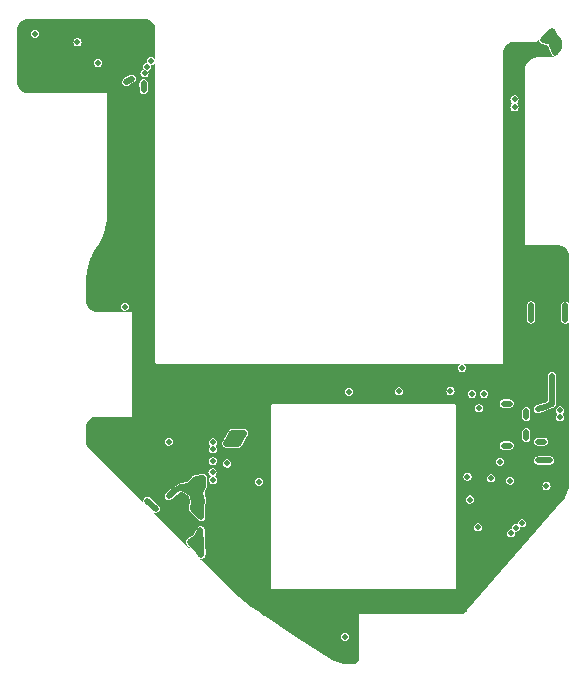
<source format=gbr>
%TF.GenerationSoftware,KiCad,Pcbnew,8.99.0-344-gfbc433deaa*%
%TF.CreationDate,2024-05-24T16:54:21-04:00*%
%TF.ProjectId,thundervolt_lite,7468756e-6465-4727-966f-6c745f6c6974,rev?*%
%TF.SameCoordinates,PX85b368ePY7384544*%
%TF.FileFunction,Copper,L3,Inr*%
%TF.FilePolarity,Positive*%
%FSLAX46Y46*%
G04 Gerber Fmt 4.6, Leading zero omitted, Abs format (unit mm)*
G04 Created by KiCad (PCBNEW 8.99.0-344-gfbc433deaa) date 2024-05-24 16:54:21*
%MOMM*%
%LPD*%
G01*
G04 APERTURE LIST*
%TA.AperFunction,ViaPad*%
%ADD10C,0.508000*%
%TD*%
%TA.AperFunction,Conductor*%
%ADD11C,0.508000*%
%TD*%
G04 APERTURE END LIST*
D10*
%TO.N,GND*%
X22382959Y8515768D03*
X-10752490Y11095707D03*
X20655510Y17559707D03*
X-11647205Y12353114D03*
X-12352490Y12395707D03*
X-21151976Y43631203D03*
X-13152490Y13195707D03*
X21832312Y4749794D03*
X15947510Y3885707D03*
X20655510Y18159707D03*
X6347510Y-904293D03*
X15947510Y585707D03*
X15947510Y14085707D03*
X-15623653Y42252940D03*
X20555510Y10559707D03*
X-10552490Y10395707D03*
X-558043Y13117480D03*
X23821078Y14272199D03*
X17894886Y9656411D03*
X-1352490Y12295707D03*
X21659510Y27215707D03*
X-1234061Y10062371D03*
X19147510Y6895707D03*
X21859510Y25815707D03*
X-8381790Y9682595D03*
X-15448029Y42821808D03*
X-12752490Y12795707D03*
X18496981Y18582194D03*
X15947510Y6485707D03*
X-11417599Y11041712D03*
X7781569Y18383105D03*
X-12352490Y9195707D03*
X-8959291Y10612641D03*
X-14887631Y26822522D03*
X24059510Y27215707D03*
X21155510Y10159707D03*
X21859510Y26515707D03*
X21420510Y13784707D03*
X6808165Y-664608D03*
X10647510Y18085707D03*
X-13455943Y41526339D03*
X21755510Y10759707D03*
X23595586Y13297691D03*
X-15615408Y43760221D03*
X6347510Y-404293D03*
X-19269750Y43738105D03*
X-18139651Y42791265D03*
X-1452490Y11095707D03*
X-8992867Y9978061D03*
X16047510Y-1814293D03*
X-13153469Y41035029D03*
X24554120Y16771575D03*
X-8385073Y10794598D03*
X10847510Y-1914293D03*
X20055510Y17859707D03*
X-17849490Y42222397D03*
X20655510Y16359707D03*
X-9945845Y12281977D03*
X20259510Y45815707D03*
X11747510Y15985707D03*
X-12841535Y41519512D03*
X-11168457Y11698201D03*
X21755510Y10159707D03*
X-14874890Y26281017D03*
X-1483155Y14350540D03*
X-11152490Y10295707D03*
X20912510Y13276707D03*
X20859510Y45815707D03*
X16947510Y13985707D03*
X-13988429Y42499150D03*
X-15278935Y13224715D03*
X-14556357Y27364027D03*
X-16042527Y47776818D03*
X-2183589Y10458375D03*
X20555510Y11159707D03*
X19955510Y11159707D03*
X-21251242Y43027975D03*
X-1607368Y10509595D03*
X6800249Y-1175896D03*
X-14648441Y13258150D03*
X-16715573Y42214761D03*
X20655510Y16959707D03*
X-13981602Y43076011D03*
X-13212150Y27389510D03*
X24459510Y27715707D03*
X-13435463Y43130625D03*
X-16597737Y47095198D03*
X-16567994Y47615707D03*
X-17276805Y42390385D03*
X21155510Y10759707D03*
X3547510Y-404293D03*
X-11852490Y8695707D03*
X-19907340Y43730469D03*
X24554120Y15663023D03*
X-1952490Y12095707D03*
X-10414163Y11908507D03*
X-8463744Y10224235D03*
X23295586Y13764391D03*
X-18616889Y43741923D03*
X-13982999Y27383139D03*
X4947510Y-404293D03*
X20912510Y14292707D03*
X24138390Y12826867D03*
X-16177249Y42371295D03*
X-13135086Y44332132D03*
X-921997Y1748827D03*
X-8756615Y11219713D03*
X-852490Y11795707D03*
X8947510Y15885707D03*
X13747510Y-1914293D03*
X-20522022Y43741923D03*
X17047510Y11885707D03*
X-10397055Y8992642D03*
X-9453814Y12655446D03*
X19955510Y10559707D03*
X-16762034Y43753869D03*
X-11782621Y10528677D03*
X21247510Y6885707D03*
X6447510Y17785707D03*
X-7795043Y10912604D03*
X23795586Y13764391D03*
X22859510Y27715707D03*
X-9652490Y10695707D03*
X24859510Y27215707D03*
X-18174012Y43394493D03*
X-12652490Y13395707D03*
X22059510Y27715707D03*
X-11198036Y8343486D03*
X-1452490Y11695707D03*
X20055510Y17259707D03*
X23259510Y27215707D03*
X-12626051Y27389510D03*
X23659510Y27715707D03*
X-10952490Y9695707D03*
X24099292Y13354850D03*
X-12352490Y13895707D03*
X22459510Y27215707D03*
X15947510Y8585707D03*
X20912510Y13784707D03*
X-852490Y11195707D03*
X-3842453Y17486056D03*
X-15352490Y12595707D03*
X18947510Y16285707D03*
X18147510Y3185707D03*
%TO.N,+3V3*%
X21947510Y23285707D03*
X24847510Y22685707D03*
X24012044Y45299043D03*
X24847510Y23885707D03*
X23719736Y47120672D03*
X23967637Y46640744D03*
X24350952Y46252221D03*
X23696350Y16118007D03*
X23696350Y15518007D03*
X23675114Y46172003D03*
X21947510Y22685707D03*
X22982612Y46362366D03*
X22508002Y15108968D03*
X23696350Y16718007D03*
X23696350Y17318007D03*
X24847510Y23285707D03*
X23093356Y15304086D03*
X21947510Y23885707D03*
X23355410Y46726692D03*
X24346716Y45718441D03*
X23696350Y17918007D03*
%TO.N,+1V8*%
X-20052490Y46885707D03*
X16111722Y18594815D03*
X-14740490Y44415707D03*
X-16452490Y46185707D03*
%TO.N,+1V0*%
X-8729990Y12350469D03*
X-12452490Y23785707D03*
%TO.N,+1V15*%
X-1084343Y8952015D03*
X6197510Y-4164293D03*
%TO.N,SDA*%
X20553362Y41323876D03*
X20655658Y5053245D03*
X-5012197Y9771433D03*
X-4974828Y11708802D03*
X16947510Y16385707D03*
X-10552490Y44085707D03*
X24392037Y15016657D03*
%TO.N,SCL*%
X24404994Y14419895D03*
X-10224319Y44584302D03*
X-4974828Y12305705D03*
X20548203Y40682902D03*
X-4974828Y9108802D03*
X17947510Y16385707D03*
X21155658Y5453245D03*
%TO.N,EN*%
X-10774174Y43531497D03*
X20176763Y9056331D03*
X-4974828Y10708802D03*
%TO.N,VBAT*%
X22555510Y10759707D03*
X23555510Y10759707D03*
X-7665711Y8494501D03*
X-6452254Y3364329D03*
X22555510Y12359707D03*
X-5973853Y3728130D03*
X-5938849Y7275196D03*
X-5956351Y2794691D03*
X-6026359Y6598453D03*
X-12331076Y42793442D03*
X-2837313Y13083599D03*
X-6049695Y8010279D03*
X-10533059Y7367146D03*
X-5852490Y8595707D03*
X-5979687Y5945046D03*
X-11836425Y43095263D03*
X-6038027Y4854090D03*
X17547510Y15195707D03*
X-6452490Y8595707D03*
X-5852490Y9295707D03*
X-3852490Y12185707D03*
X-8722144Y7721876D03*
X-6732272Y7957773D03*
X-2852490Y12185707D03*
X-6656430Y6680129D03*
X-6306391Y4247355D03*
X23055510Y10759707D03*
X-8242906Y8139498D03*
X-3352490Y12185707D03*
X-3774828Y10508802D03*
X-6595884Y7316918D03*
X-7052490Y8595707D03*
X-3604193Y12632394D03*
X-6913126Y3885648D03*
X-3098987Y12632394D03*
X23055510Y12359707D03*
X-9818006Y6678382D03*
X-2326219Y13073168D03*
X-10852490Y42115707D03*
X-3348408Y13076645D03*
X-6452490Y9195707D03*
X-2598987Y12632394D03*
X-10859828Y42701881D03*
%TO.N,Net-(U4-LX2)*%
X21547510Y14927707D03*
X20136510Y15582707D03*
X19628510Y15582707D03*
X21547510Y14419707D03*
%TO.N,Net-(U4-LX1)*%
X19628510Y12026707D03*
X21547510Y12641707D03*
X20136510Y12026707D03*
X21547510Y13149707D03*
%TO.N,Net-(U5-PC0)*%
X17481336Y5101984D03*
X20247510Y4585707D03*
%TO.N,+1V8_ALW*%
X19312660Y10647378D03*
X23247510Y8595707D03*
X16567510Y9395707D03*
X10759510Y16615707D03*
%TO.N,ALERT*%
X16755658Y7453245D03*
X6547510Y16585707D03*
%TO.N,SAFEMODE*%
X15126184Y16641502D03*
X18555658Y9253245D03*
%TD*%
D11*
%TO.N,+3V3*%
X23967637Y46640744D02*
X24012044Y45299043D01*
X22508002Y15108968D02*
X23093356Y15304086D01*
X23719736Y47120672D02*
X23967637Y46640744D01*
X22982612Y46362366D02*
X23675114Y46172003D01*
X24350952Y46252221D02*
X24346716Y45718441D01*
X24346716Y45718441D02*
X24012044Y45299043D01*
X23675114Y46172003D02*
X24012044Y45299043D01*
X23093356Y15304086D02*
X23696350Y15518007D01*
X23967637Y46640744D02*
X24350952Y46252221D01*
X22982612Y46362366D02*
X23719736Y47120672D01*
X24847510Y23885707D02*
X24847510Y22685707D01*
X23355410Y46726692D02*
X23675114Y46172003D01*
X23696350Y17918007D02*
X23696350Y15518007D01*
X21947510Y23885707D02*
X21947510Y22685707D01*
%TO.N,VBAT*%
X-3348408Y13076645D02*
X-3852490Y12185707D01*
X-6452254Y3364329D02*
X-5956351Y2794691D01*
X-6913126Y3885648D02*
X-6452254Y3364329D01*
X-3852490Y12185707D02*
X-2852490Y12185707D01*
X-2326219Y13073168D02*
X-3348408Y13076645D01*
X-5852490Y8595707D02*
X-6049695Y8010279D01*
X-5938849Y7275196D02*
X-5970246Y7032394D01*
X-10533059Y7367146D02*
X-9818006Y6678382D01*
X-6306391Y4247355D02*
X-6913126Y3885648D01*
X-6656430Y6680129D02*
X-6595884Y7316918D01*
X-5956351Y2794691D02*
X-5973853Y3728130D01*
X22555510Y12359707D02*
X23055510Y12359707D01*
X-7052490Y8595707D02*
X-6732272Y7957773D01*
X-6452490Y9195707D02*
X-6049695Y8010279D01*
X-12331076Y42793442D02*
X-11836425Y43095263D01*
X-6656430Y6680129D02*
X-5979687Y5945046D01*
X-6595884Y7316918D02*
X-6026359Y6598453D01*
X-6452490Y9195707D02*
X-5852490Y9295707D01*
X-5852490Y9295707D02*
X-6732272Y7957773D01*
X-6038027Y4854090D02*
X-6306391Y4247355D01*
X-6049695Y8010279D02*
X-6732272Y7957773D01*
X22555510Y10759707D02*
X23555510Y10759707D01*
X-6306391Y4247355D02*
X-5973853Y3728130D01*
X-7052490Y8595707D02*
X-6452490Y9195707D01*
X-7052490Y8595707D02*
X-6452490Y8595707D01*
X-6049695Y8010279D02*
X-5938849Y7275196D01*
X-10859828Y42701881D02*
X-10852490Y42115707D01*
X-5970246Y7032394D02*
X-6026359Y6598453D01*
X-6732272Y7957773D02*
X-5970246Y7032394D01*
X-6038027Y4854090D02*
X-5973853Y3728130D01*
X-6732272Y7957773D02*
X-6595884Y7316918D01*
X-5852490Y9295707D02*
X-5852490Y8595707D01*
X-6026359Y6598453D02*
X-5979687Y5945046D01*
X-8722144Y7721876D02*
X-8242906Y8139498D01*
X-7665711Y8494501D02*
X-8242906Y8139498D01*
X-7665711Y8494501D02*
X-6732272Y7957773D01*
X-6306391Y4247355D02*
X-6452254Y3364329D01*
X-7665711Y8494501D02*
X-7052490Y8595707D01*
X-2852490Y12185707D02*
X-2326219Y13073168D01*
X-3352490Y12185707D02*
X-2837313Y13083599D01*
%TO.N,Net-(U4-LX2)*%
X19628510Y15582707D02*
X20136510Y15582707D01*
X21547510Y14927707D02*
X21547510Y14419707D01*
%TO.N,Net-(U4-LX1)*%
X20136510Y12026707D02*
X19628510Y12026707D01*
X21547510Y13149707D02*
X21547510Y12641707D01*
%TD*%
%TA.AperFunction,Conductor*%
%TO.N,GND*%
G36*
X-10782584Y48130864D02*
G01*
X-10776162Y48130865D01*
X-10776160Y48130863D01*
X-10751363Y48130865D01*
X-10747109Y48130657D01*
X-10577995Y48114011D01*
X-10569649Y48112352D01*
X-10409077Y48063653D01*
X-10401210Y48060393D01*
X-10253241Y47981311D01*
X-10246158Y47976579D01*
X-10116457Y47870145D01*
X-10110434Y47864123D01*
X-10003989Y47734429D01*
X-9999256Y47727346D01*
X-9920162Y47579379D01*
X-9916902Y47571510D01*
X-9868194Y47410952D01*
X-9866532Y47402597D01*
X-9849947Y47234228D01*
X-9849738Y47229969D01*
X-9849738Y44784465D01*
X-9862464Y44753741D01*
X-9893188Y44741015D01*
X-9923912Y44753741D01*
X-9930817Y44762740D01*
X-9957202Y44808440D01*
X-10049970Y44886282D01*
X-10049972Y44886283D01*
X-10163766Y44927702D01*
X-10163768Y44927702D01*
X-10284870Y44927702D01*
X-10284872Y44927702D01*
X-10398666Y44886283D01*
X-10491436Y44808440D01*
X-10551988Y44703562D01*
X-10573016Y44584302D01*
X-10554643Y44480102D01*
X-10561841Y44447635D01*
X-10589888Y44429767D01*
X-10597433Y44429107D01*
X-10613043Y44429107D01*
X-10726837Y44387688D01*
X-10819607Y44309845D01*
X-10880159Y44204967D01*
X-10901187Y44085707D01*
X-10880159Y43966448D01*
X-10854482Y43921974D01*
X-10850142Y43889003D01*
X-10870386Y43862620D01*
X-10877249Y43859420D01*
X-10948522Y43833478D01*
X-11041291Y43755635D01*
X-11101843Y43650757D01*
X-11122871Y43531497D01*
X-11101843Y43412238D01*
X-11101843Y43412237D01*
X-11101842Y43412236D01*
X-11041291Y43307359D01*
X-10948523Y43229517D01*
X-10907328Y43214523D01*
X-10834728Y43188098D01*
X-10834727Y43188097D01*
X-10834725Y43188097D01*
X-10713621Y43188097D01*
X-10713621Y43188098D01*
X-10599825Y43229517D01*
X-10507057Y43307359D01*
X-10446506Y43412236D01*
X-10425477Y43531497D01*
X-10446506Y43650758D01*
X-10472184Y43695232D01*
X-10476523Y43728202D01*
X-10456279Y43754585D01*
X-10449427Y43757781D01*
X-10378141Y43783727D01*
X-10285373Y43861569D01*
X-10224822Y43966446D01*
X-10203793Y44085707D01*
X-10222166Y44189907D01*
X-10214968Y44222374D01*
X-10186921Y44240242D01*
X-10179376Y44240902D01*
X-10163766Y44240902D01*
X-10163766Y44240903D01*
X-10049970Y44282322D01*
X-9957202Y44360164D01*
X-9930816Y44405866D01*
X-9904434Y44426109D01*
X-9871463Y44421769D01*
X-9851219Y44395386D01*
X-9849738Y44384140D01*
X-9849738Y19023134D01*
X-9834438Y18986196D01*
X-9806167Y18957925D01*
X-9769229Y18942625D01*
X-9769228Y18942625D01*
X15872614Y18942625D01*
X15903338Y18929899D01*
X15916064Y18899175D01*
X15903338Y18868451D01*
X15900543Y18865890D01*
X15844605Y18818953D01*
X15784053Y18714075D01*
X15763025Y18594815D01*
X15784053Y18475556D01*
X15784053Y18475555D01*
X15784054Y18475554D01*
X15844605Y18370677D01*
X15937373Y18292835D01*
X16023719Y18261407D01*
X16051168Y18251416D01*
X16051169Y18251415D01*
X16051171Y18251415D01*
X16172275Y18251415D01*
X16172275Y18251416D01*
X16286071Y18292835D01*
X16378839Y18370677D01*
X16439390Y18475554D01*
X16460419Y18594815D01*
X16439390Y18714076D01*
X16378839Y18818953D01*
X16322900Y18865892D01*
X16307545Y18895388D01*
X16317545Y18927104D01*
X16347043Y18942460D01*
X16350830Y18942625D01*
X19470752Y18942625D01*
X19470753Y18942625D01*
X19507691Y18957925D01*
X19535962Y18986196D01*
X19551262Y19023134D01*
X19551262Y22685707D01*
X21598813Y22685707D01*
X21603450Y22659410D01*
X21604110Y22651865D01*
X21604110Y22640495D01*
X21611439Y22613140D01*
X21612259Y22609442D01*
X21619841Y22566447D01*
X21626412Y22555066D01*
X21626415Y22555060D01*
X21672722Y22474855D01*
X21680393Y22461569D01*
X21713836Y22433506D01*
X21716630Y22430946D01*
X21736653Y22410924D01*
X21736658Y22410919D01*
X21740734Y22408566D01*
X21746500Y22405236D01*
X21752702Y22400893D01*
X21770758Y22385743D01*
X21773161Y22383727D01*
X21798257Y22374593D01*
X21805117Y22371394D01*
X21814963Y22365709D01*
X21814965Y22365709D01*
X21814966Y22365708D01*
X21829478Y22361821D01*
X21842322Y22358379D01*
X21845937Y22357239D01*
X21886958Y22342307D01*
X21886959Y22342307D01*
X22008062Y22342307D01*
X22020436Y22346812D01*
X22049097Y22357245D01*
X22052695Y22358379D01*
X22080057Y22365709D01*
X22089904Y22371395D01*
X22096768Y22374595D01*
X22121856Y22383726D01*
X22121855Y22383726D01*
X22121859Y22383727D01*
X22142329Y22400905D01*
X22148516Y22405236D01*
X22158362Y22410919D01*
X22178387Y22430946D01*
X22181168Y22433495D01*
X22214627Y22461569D01*
X22222298Y22474855D01*
X22267508Y22553160D01*
X22267508Y22553161D01*
X22270368Y22558114D01*
X22270369Y22558119D01*
X22275178Y22566446D01*
X22282760Y22609450D01*
X22283579Y22613140D01*
X22290910Y22640498D01*
X22290910Y22651865D01*
X22291570Y22659410D01*
X22296207Y22685707D01*
X22291570Y22712005D01*
X22290910Y22719550D01*
X22290910Y23251865D01*
X22291570Y23259410D01*
X22291961Y23261630D01*
X22296207Y23285707D01*
X22291570Y23312005D01*
X22290910Y23319550D01*
X22290910Y23851865D01*
X22291570Y23859410D01*
X22296207Y23885707D01*
X22291570Y23912005D01*
X22290910Y23919550D01*
X22290910Y23930916D01*
X22290909Y23930923D01*
X22283579Y23958279D01*
X22282758Y23961980D01*
X22275178Y24004967D01*
X22275178Y24004968D01*
X22272362Y24009845D01*
X22270369Y24013297D01*
X22270368Y24013300D01*
X22242277Y24061954D01*
X22222298Y24096559D01*
X22222297Y24096560D01*
X22220874Y24099025D01*
X22220866Y24099040D01*
X22214627Y24109845D01*
X22181181Y24137910D01*
X22178388Y24140470D01*
X22158363Y24160494D01*
X22158362Y24160495D01*
X22148517Y24166180D01*
X22142318Y24170521D01*
X22121860Y24187687D01*
X22121858Y24187688D01*
X22096768Y24196820D01*
X22089904Y24200020D01*
X22080059Y24205704D01*
X22080058Y24205705D01*
X22080057Y24205705D01*
X22070914Y24208155D01*
X22052689Y24213039D01*
X22049076Y24214179D01*
X22008064Y24229107D01*
X22008061Y24229107D01*
X21886959Y24229107D01*
X21845931Y24214175D01*
X21842318Y24213036D01*
X21814965Y24205706D01*
X21814960Y24205704D01*
X21805116Y24200021D01*
X21798258Y24196823D01*
X21773162Y24187687D01*
X21752707Y24170524D01*
X21746507Y24166183D01*
X21736658Y24160496D01*
X21736654Y24160493D01*
X21716626Y24140466D01*
X21713834Y24137907D01*
X21680394Y24109846D01*
X21680393Y24109846D01*
X21669862Y24091606D01*
X21669859Y24091603D01*
X21640720Y24041132D01*
X21627512Y24018254D01*
X21627511Y24018252D01*
X21624703Y24013390D01*
X21619841Y24004968D01*
X21612259Y23961973D01*
X21611439Y23958277D01*
X21604110Y23930922D01*
X21604110Y23919550D01*
X21603450Y23912005D01*
X21598813Y23885707D01*
X21603450Y23859410D01*
X21604110Y23851865D01*
X21604110Y23319550D01*
X21603450Y23312005D01*
X21598813Y23285707D01*
X21603450Y23259410D01*
X21604110Y23251865D01*
X21604110Y22719550D01*
X21603450Y22712005D01*
X21598813Y22685707D01*
X19551262Y22685707D01*
X19551262Y40682902D01*
X20199506Y40682902D01*
X20220534Y40563643D01*
X20220534Y40563642D01*
X20220535Y40563641D01*
X20281086Y40458764D01*
X20373854Y40380922D01*
X20464702Y40347856D01*
X20487649Y40339503D01*
X20487650Y40339502D01*
X20487652Y40339502D01*
X20608756Y40339502D01*
X20608756Y40339503D01*
X20722552Y40380922D01*
X20815320Y40458764D01*
X20875871Y40563641D01*
X20896900Y40682902D01*
X20875871Y40802163D01*
X20815320Y40907040D01*
X20742741Y40967941D01*
X20727386Y40997438D01*
X20737386Y41029154D01*
X20742733Y41034502D01*
X20820479Y41099738D01*
X20881030Y41204615D01*
X20902059Y41323876D01*
X20881030Y41443137D01*
X20820479Y41548014D01*
X20727711Y41625856D01*
X20727709Y41625857D01*
X20613915Y41667276D01*
X20613913Y41667276D01*
X20492811Y41667276D01*
X20492809Y41667276D01*
X20379015Y41625857D01*
X20286245Y41548014D01*
X20225693Y41443136D01*
X20204665Y41323876D01*
X20225693Y41204617D01*
X20225693Y41204616D01*
X20225694Y41204615D01*
X20286245Y41099738D01*
X20358822Y41038838D01*
X20374178Y41009341D01*
X20364178Y40977625D01*
X20358822Y40972270D01*
X20281087Y40907042D01*
X20220534Y40802162D01*
X20199506Y40682902D01*
X19551262Y40682902D01*
X19551262Y45279941D01*
X19551472Y45284205D01*
X19560758Y45378379D01*
X19568145Y45453301D01*
X19569807Y45461651D01*
X19618524Y45622208D01*
X19621774Y45630054D01*
X19700880Y45778039D01*
X19705604Y45785107D01*
X19812042Y45914803D01*
X19818058Y45920820D01*
X19947757Y46027269D01*
X19954825Y46031992D01*
X20102793Y46111097D01*
X20110650Y46114353D01*
X20271213Y46163079D01*
X20279552Y46164738D01*
X20448244Y46181379D01*
X20452509Y46181588D01*
X22328022Y46181588D01*
X22348008Y46181585D01*
X22348008Y46181586D01*
X22348012Y46181585D01*
X22348015Y46181587D01*
X22348023Y46181588D01*
X22348027Y46181588D01*
X22368376Y46190017D01*
X22383596Y46196319D01*
X22385123Y46196889D01*
X22385166Y46196919D01*
X22386625Y46198549D01*
X22403068Y46214991D01*
X22562395Y46374273D01*
X22593119Y46386994D01*
X22623841Y46374263D01*
X22635903Y46351087D01*
X22638332Y46337307D01*
X22638991Y46329489D01*
X22638927Y46319382D01*
X22638927Y46319378D01*
X22638927Y46319375D01*
X22639281Y46316552D01*
X22639111Y46316531D01*
X22639307Y46315089D01*
X22639476Y46315113D01*
X22639888Y46312292D01*
X22646853Y46287693D01*
X22647837Y46283402D01*
X22654943Y46243107D01*
X22661192Y46232283D01*
X22663461Y46227763D01*
X22664522Y46225302D01*
X22685660Y46189858D01*
X22686110Y46189085D01*
X22706652Y46152970D01*
X22709204Y46149123D01*
X22715494Y46138229D01*
X22747977Y46110972D01*
X22750969Y46108212D01*
X22769987Y46088946D01*
X22769991Y46088944D01*
X22772236Y46087198D01*
X22772130Y46087063D01*
X22773287Y46086183D01*
X22773389Y46086319D01*
X22775667Y46084622D01*
X22783180Y46080425D01*
X22789920Y46075777D01*
X22808264Y46060385D01*
X22825961Y46053945D01*
X22832177Y46051683D01*
X22839280Y46048342D01*
X22847999Y46043232D01*
X22848005Y46043231D01*
X22850623Y46042126D01*
X22850554Y46041965D01*
X22851901Y46041413D01*
X22851966Y46041575D01*
X22854606Y46040526D01*
X22854610Y46040523D01*
X22879415Y46034253D01*
X22883595Y46032967D01*
X22922061Y46018966D01*
X22930410Y46018966D01*
X22941927Y46017412D01*
X23395977Y45892598D01*
X23422227Y45872184D01*
X23424994Y45866350D01*
X23650389Y45282370D01*
X23674405Y45220148D01*
X23675557Y45216495D01*
X23678233Y45209670D01*
X23680570Y45201359D01*
X23684375Y45179784D01*
X23692434Y45165826D01*
X23696380Y45156726D01*
X23696605Y45155985D01*
X23701188Y45148621D01*
X23704835Y45141307D01*
X23707974Y45133174D01*
X23708382Y45132435D01*
X23708490Y45132239D01*
X23708825Y45131625D01*
X23708846Y45131597D01*
X23708847Y45131594D01*
X23718424Y45118609D01*
X23722827Y45112639D01*
X23725486Y45108576D01*
X23744927Y45074905D01*
X23755198Y45066286D01*
X23759123Y45062085D01*
X23759273Y45062227D01*
X23760657Y45060774D01*
X23760758Y45060653D01*
X23761853Y45059517D01*
X23762029Y45059333D01*
X23762490Y45058849D01*
X23762516Y45058829D01*
X23762517Y45058827D01*
X23774880Y45048962D01*
X23785933Y45040142D01*
X23788522Y45037904D01*
X23810397Y45017430D01*
X23810399Y45017429D01*
X23810400Y45017428D01*
X23814725Y45015119D01*
X23822184Y45010079D01*
X23837695Y44997063D01*
X23857543Y44989839D01*
X23868838Y44985728D01*
X23874447Y44983224D01*
X23886127Y44976986D01*
X23907233Y44951287D01*
X23903984Y44918191D01*
X23878285Y44897085D01*
X23869920Y44895420D01*
X23741858Y44882798D01*
X23737596Y44882588D01*
X22565187Y44882588D01*
X22565172Y44882590D01*
X22558749Y44882590D01*
X22531820Y44882588D01*
X22507881Y44882588D01*
X22507570Y44882559D01*
X22435542Y44882552D01*
X22245925Y44849103D01*
X22245920Y44849102D01*
X22134222Y44808440D01*
X22064983Y44783235D01*
X22064981Y44783235D01*
X22064981Y44783234D01*
X22064978Y44783233D01*
X21898233Y44686958D01*
X21750725Y44563183D01*
X21750722Y44563181D01*
X21626952Y44415686D01*
X21530667Y44248933D01*
X21464795Y44067995D01*
X21464794Y44067992D01*
X21431340Y43878379D01*
X21431332Y43805592D01*
X21431330Y43805562D01*
X21431330Y43782101D01*
X21431326Y43749284D01*
X21431330Y43749255D01*
X21431330Y29099972D01*
X21431330Y29059990D01*
X21446630Y29023052D01*
X21474901Y28994781D01*
X21511839Y28979481D01*
X24249008Y28979481D01*
X24253266Y28979273D01*
X24422374Y28962615D01*
X24430721Y28960954D01*
X24591278Y28912247D01*
X24599141Y28908990D01*
X24747104Y28829901D01*
X24754186Y28825169D01*
X24883877Y28718734D01*
X24889900Y28712712D01*
X24996334Y28583023D01*
X25001066Y28575941D01*
X25080157Y28427976D01*
X25083417Y28420106D01*
X25132121Y28259559D01*
X25133783Y28251206D01*
X25150437Y28082143D01*
X25150646Y28077877D01*
X25150108Y24173641D01*
X25137378Y24142919D01*
X25106652Y24130197D01*
X25075935Y24142922D01*
X25073644Y24145213D01*
X25058362Y24160495D01*
X25048517Y24166180D01*
X25042318Y24170521D01*
X25021860Y24187687D01*
X25021858Y24187688D01*
X24996768Y24196820D01*
X24989904Y24200020D01*
X24980059Y24205704D01*
X24980058Y24205705D01*
X24980057Y24205705D01*
X24970914Y24208155D01*
X24952689Y24213039D01*
X24949076Y24214179D01*
X24908064Y24229107D01*
X24908061Y24229107D01*
X24786959Y24229107D01*
X24745931Y24214175D01*
X24742318Y24213036D01*
X24714965Y24205706D01*
X24714960Y24205704D01*
X24705116Y24200021D01*
X24698258Y24196823D01*
X24673162Y24187687D01*
X24652707Y24170524D01*
X24646507Y24166183D01*
X24636658Y24160496D01*
X24636654Y24160493D01*
X24616626Y24140466D01*
X24613834Y24137907D01*
X24580394Y24109846D01*
X24580393Y24109846D01*
X24569862Y24091606D01*
X24569859Y24091603D01*
X24540720Y24041132D01*
X24527512Y24018254D01*
X24527511Y24018252D01*
X24524703Y24013390D01*
X24519841Y24004968D01*
X24512259Y23961973D01*
X24511439Y23958277D01*
X24504110Y23930922D01*
X24504110Y23919550D01*
X24503450Y23912005D01*
X24498813Y23885707D01*
X24503450Y23859410D01*
X24504110Y23851865D01*
X24504110Y23319550D01*
X24503450Y23312005D01*
X24498813Y23285707D01*
X24503450Y23259410D01*
X24504110Y23251865D01*
X24504110Y22719550D01*
X24503450Y22712005D01*
X24498813Y22685707D01*
X24503450Y22659410D01*
X24504110Y22651865D01*
X24504110Y22640495D01*
X24511439Y22613140D01*
X24512259Y22609442D01*
X24519841Y22566447D01*
X24526412Y22555066D01*
X24526415Y22555060D01*
X24572722Y22474855D01*
X24580393Y22461569D01*
X24613836Y22433506D01*
X24616630Y22430946D01*
X24636653Y22410924D01*
X24636658Y22410919D01*
X24640734Y22408566D01*
X24646500Y22405236D01*
X24652702Y22400893D01*
X24670758Y22385743D01*
X24673161Y22383727D01*
X24698257Y22374593D01*
X24705117Y22371394D01*
X24714963Y22365709D01*
X24714965Y22365709D01*
X24714966Y22365708D01*
X24729478Y22361821D01*
X24742322Y22358379D01*
X24745937Y22357239D01*
X24786958Y22342307D01*
X24786959Y22342307D01*
X24908062Y22342307D01*
X24920436Y22346812D01*
X24949097Y22357245D01*
X24952695Y22358379D01*
X24980057Y22365709D01*
X24989904Y22371395D01*
X24996768Y22374595D01*
X25021856Y22383726D01*
X25021855Y22383726D01*
X25021859Y22383727D01*
X25042329Y22400905D01*
X25048516Y22405236D01*
X25058362Y22410919D01*
X25075690Y22428248D01*
X25106412Y22440974D01*
X25137136Y22428249D01*
X25149863Y22397525D01*
X25149863Y22397518D01*
X25147973Y8680139D01*
X25147973Y8679584D01*
X25147895Y8676987D01*
X25134593Y8454796D01*
X25133976Y8449653D01*
X25094552Y8231892D01*
X25093327Y8226858D01*
X25028264Y8015331D01*
X25026448Y8010479D01*
X24936677Y7808213D01*
X24934297Y7803611D01*
X24821084Y7613460D01*
X24818173Y7609175D01*
X24682382Y7432875D01*
X24680740Y7430869D01*
X16537662Y-1929134D01*
X16537657Y-1929141D01*
X16526363Y-1942123D01*
X16523817Y-1944810D01*
X16417481Y-2047782D01*
X16411730Y-2052469D01*
X16290975Y-2134792D01*
X16284510Y-2138433D01*
X16151505Y-2199014D01*
X16144515Y-2201501D01*
X16003151Y-2238567D01*
X15995840Y-2239829D01*
X15848288Y-2252472D01*
X15844579Y-2252631D01*
X7491305Y-2252631D01*
X7451323Y-2252631D01*
X7432854Y-2260281D01*
X7414384Y-2267931D01*
X7386114Y-2296201D01*
X7370814Y-2333140D01*
X7370814Y-6016029D01*
X7370813Y-6016039D01*
X7370813Y-6045180D01*
X7370444Y-6050833D01*
X7358025Y-6145472D01*
X7355106Y-6156399D01*
X7319778Y-6241973D01*
X7314138Y-6251777D01*
X7257920Y-6325335D01*
X7249941Y-6333351D01*
X7176641Y-6389908D01*
X7166863Y-6395593D01*
X7081452Y-6431315D01*
X7070538Y-6434284D01*
X6976144Y-6447111D01*
X6970278Y-6447507D01*
X6430573Y-6447317D01*
X6430177Y-6447317D01*
X6430175Y-6447316D01*
X6426940Y-6447316D01*
X6424843Y-6447265D01*
X6148823Y-6433846D01*
X6144655Y-6433441D01*
X5872259Y-6393664D01*
X5868148Y-6392860D01*
X5600837Y-6327039D01*
X5596824Y-6325843D01*
X5337087Y-6234590D01*
X5333207Y-6233012D01*
X5083481Y-6117183D01*
X5079771Y-6115240D01*
X4841183Y-5975216D01*
X4839402Y-5974112D01*
X4819869Y-5961344D01*
X4819866Y-5961342D01*
X4819866Y-5961343D01*
X2070532Y-4164293D01*
X5848813Y-4164293D01*
X5869841Y-4283552D01*
X5869841Y-4283553D01*
X5869842Y-4283554D01*
X5930393Y-4388431D01*
X6023161Y-4466273D01*
X6114009Y-4499339D01*
X6136956Y-4507692D01*
X6136957Y-4507693D01*
X6136959Y-4507693D01*
X6258063Y-4507693D01*
X6258063Y-4507692D01*
X6371859Y-4466273D01*
X6464627Y-4388431D01*
X6525178Y-4283554D01*
X6546207Y-4164293D01*
X6525178Y-4045032D01*
X6464627Y-3940155D01*
X6371859Y-3862313D01*
X6371857Y-3862312D01*
X6258063Y-3820893D01*
X6258061Y-3820893D01*
X6136959Y-3820893D01*
X6136957Y-3820893D01*
X6023163Y-3862312D01*
X5930393Y-3940155D01*
X5869841Y-4045033D01*
X5848813Y-4164293D01*
X2070532Y-4164293D01*
X-599218Y-2419261D01*
X-599706Y-2418842D01*
X-605605Y-2415008D01*
X-626473Y-2401445D01*
X-627029Y-2401077D01*
X-1192749Y-2019434D01*
X-1193971Y-2018578D01*
X-1745876Y-1618007D01*
X-1747055Y-1617120D01*
X-2284935Y-1197787D01*
X-2286094Y-1196851D01*
X-2809220Y-759324D01*
X-2810348Y-758347D01*
X-3318139Y-303115D01*
X-3319233Y-302100D01*
X-3811590Y170781D01*
X-3812123Y171302D01*
X-3830646Y189714D01*
X-3830739Y189806D01*
X-3830786Y189853D01*
X-3830786Y189854D01*
X-6030613Y2376512D01*
X-6043432Y2407198D01*
X-6030798Y2437959D01*
X-6000112Y2450778D01*
X-5995116Y2450505D01*
X-5995114Y2450504D01*
X-5995112Y2450505D01*
X-5995110Y2450504D01*
X-5995108Y2450504D01*
X-5991872Y2450565D01*
X-5966889Y2451034D01*
X-5963112Y2450939D01*
X-5938443Y2449232D01*
X-5934958Y2448990D01*
X-5934958Y2448991D01*
X-5934956Y2448990D01*
X-5928125Y2450323D01*
X-5927283Y2450487D01*
X-5918963Y2451291D01*
X-5895799Y2451291D01*
X-5884267Y2455490D01*
X-5867378Y2461637D01*
X-5860839Y2463452D01*
X-5846214Y2466305D01*
X-5846214Y2466306D01*
X-5846210Y2466306D01*
X-5835892Y2471349D01*
X-5828862Y2474056D01*
X-5817828Y2477234D01*
X-5811223Y2481216D01*
X-5803667Y2484826D01*
X-5782002Y2492711D01*
X-5771900Y2501190D01*
X-5767214Y2504231D01*
X-5767345Y2504429D01*
X-5764973Y2506002D01*
X-5764971Y2506002D01*
X-5756310Y2513543D01*
X-5750212Y2517983D01*
X-5740385Y2523904D01*
X-5723252Y2541693D01*
X-5719896Y2544825D01*
X-5689238Y2570549D01*
X-5689237Y2570551D01*
X-5689234Y2570553D01*
X-5682586Y2582071D01*
X-5679173Y2586600D01*
X-5679353Y2586733D01*
X-5677666Y2589021D01*
X-5677659Y2589027D01*
X-5664015Y2613718D01*
X-5662028Y2616968D01*
X-5646267Y2640369D01*
X-5646267Y2640372D01*
X-5646265Y2640373D01*
X-5643726Y2647766D01*
X-5640264Y2655374D01*
X-5628683Y2675430D01*
X-5623431Y2705223D01*
X-5621736Y2711784D01*
X-5616892Y2725883D01*
X-5616101Y2737335D01*
X-5614930Y2744779D01*
X-5612164Y2755928D01*
X-5612309Y2763633D01*
X-5611658Y2771990D01*
X-5607654Y2794691D01*
X-5609947Y2807693D01*
X-5610237Y2813256D01*
X-5610474Y2813241D01*
X-5610651Y2816080D01*
X-5610650Y2816086D01*
X-5612849Y2827353D01*
X-5613644Y2834847D01*
X-5629660Y3689004D01*
X-5628976Y3695921D01*
X-5628979Y3695921D01*
X-5628626Y3700081D01*
X-5628615Y3700156D01*
X-5628595Y3700425D01*
X-5628553Y3700943D01*
X-5628536Y3701142D01*
X-5628535Y3701218D01*
X-5628438Y3702532D01*
X-5628437Y3702535D01*
X-5628451Y3702777D01*
X-5627861Y3712792D01*
X-5625156Y3728130D01*
X-5630429Y3758032D01*
X-5631080Y3764759D01*
X-5631361Y3779764D01*
X-5631361Y3779769D01*
X-5631363Y3779775D01*
X-5631786Y3782585D01*
X-5631782Y3782586D01*
X-5632393Y3786293D01*
X-5632396Y3786292D01*
X-5633133Y3790414D01*
X-5633741Y3795589D01*
X-5636024Y3835637D01*
X-5692625Y4828738D01*
X-5692036Y4838748D01*
X-5689330Y4854090D01*
X-5695892Y4891300D01*
X-5696479Y4896355D01*
X-5697756Y4918766D01*
X-5699055Y4922701D01*
X-5700992Y4931664D01*
X-5701433Y4935768D01*
X-5704133Y4942750D01*
X-5706397Y4950877D01*
X-5710359Y4973350D01*
X-5710361Y4973355D01*
X-5720751Y4991350D01*
X-5724382Y4999453D01*
X-5726090Y5004631D01*
X-5728364Y5008098D01*
X-5732555Y5016255D01*
X-5734042Y5020101D01*
X-5734045Y5020107D01*
X-5748467Y5039854D01*
X-5751003Y5043747D01*
X-5770910Y5078228D01*
X-5770912Y5078230D01*
X-5770913Y5078231D01*
X-5781273Y5086924D01*
X-5785268Y5091197D01*
X-5785405Y5091065D01*
X-5787369Y5093126D01*
X-5815005Y5115393D01*
X-5816669Y5116804D01*
X-5843151Y5140429D01*
X-5843153Y5140431D01*
X-5843158Y5140434D01*
X-5843160Y5140435D01*
X-5843376Y5140544D01*
X-5851742Y5146056D01*
X-5863677Y5156070D01*
X-5899171Y5168989D01*
X-5903857Y5171014D01*
X-5923899Y5181111D01*
X-5923906Y5181113D01*
X-5927962Y5181956D01*
X-5936685Y5184757D01*
X-5940465Y5186428D01*
X-5947859Y5187581D01*
X-5956022Y5189682D01*
X-5977474Y5197490D01*
X-5977476Y5197490D01*
X-5998263Y5197490D01*
X-6007104Y5198399D01*
X-6008489Y5198687D01*
X-6012434Y5199507D01*
X-6016565Y5199271D01*
X-6025721Y5199719D01*
X-6029803Y5200355D01*
X-6029805Y5200355D01*
X-6054123Y5197739D01*
X-6058770Y5197490D01*
X-6098580Y5197490D01*
X-6111300Y5192861D01*
X-6116981Y5191541D01*
X-6116936Y5191356D01*
X-6119707Y5190684D01*
X-6152794Y5177891D01*
X-6154846Y5177156D01*
X-6188568Y5166028D01*
X-6188577Y5166023D01*
X-6188776Y5165892D01*
X-6197740Y5161398D01*
X-6212375Y5156070D01*
X-6212376Y5156070D01*
X-6212377Y5156069D01*
X-6241308Y5131794D01*
X-6245404Y5128748D01*
X-6264172Y5116437D01*
X-6264176Y5116434D01*
X-6266931Y5113346D01*
X-6273716Y5107194D01*
X-6277058Y5104753D01*
X-6277061Y5104751D01*
X-6281761Y5098918D01*
X-6287660Y5092901D01*
X-6305144Y5078230D01*
X-6305146Y5078227D01*
X-6315538Y5060228D01*
X-6320738Y5053035D01*
X-6324364Y5048970D01*
X-6324371Y5048960D01*
X-6326231Y5045268D01*
X-6331193Y5037567D01*
X-6333792Y5034342D01*
X-6343691Y5011964D01*
X-6345797Y5007819D01*
X-6365694Y4973356D01*
X-6365695Y4973352D01*
X-6368046Y4960026D01*
X-6371098Y4949999D01*
X-6570596Y4498961D01*
X-6588084Y4479216D01*
X-7057561Y4199336D01*
X-7064947Y4195828D01*
X-7087474Y4187628D01*
X-7087476Y4187627D01*
X-7098727Y4178186D01*
X-7104364Y4174491D01*
X-7104342Y4174459D01*
X-7106703Y4172869D01*
X-7113489Y4166870D01*
X-7120010Y4162108D01*
X-7127800Y4157463D01*
X-7127802Y4157462D01*
X-7145663Y4139093D01*
X-7148878Y4136106D01*
X-7165539Y4122125D01*
X-7180246Y4109784D01*
X-7186494Y4098961D01*
X-7189279Y4094728D01*
X-7190837Y4092638D01*
X-7205769Y4065920D01*
X-7207472Y4063125D01*
X-7224377Y4037604D01*
X-7224377Y4037603D01*
X-7226391Y4031592D01*
X-7229960Y4023676D01*
X-7240794Y4004911D01*
X-7246305Y3973661D01*
X-7247894Y3967409D01*
X-7253101Y3951865D01*
X-7253658Y3942818D01*
X-7254902Y3934841D01*
X-7257125Y3926052D01*
X-7257004Y3917412D01*
X-7257660Y3909263D01*
X-7261823Y3885649D01*
X-7261823Y3885646D01*
X-7259273Y3871179D01*
X-7258891Y3864455D01*
X-7258852Y3864457D01*
X-7258655Y3861622D01*
X-7256852Y3852740D01*
X-7255988Y3844710D01*
X-7255861Y3835639D01*
X-7255860Y3835637D01*
X-7248888Y3811000D01*
X-7247906Y3806715D01*
X-7240794Y3766387D01*
X-7234545Y3755562D01*
X-7232274Y3751038D01*
X-7231245Y3748649D01*
X-7231239Y3748638D01*
X-7231238Y3748637D01*
X-7215556Y3722331D01*
X-7213994Y3719470D01*
X-7200347Y3692073D01*
X-7200346Y3692071D01*
X-7196157Y3687334D01*
X-7191078Y3680277D01*
X-7180242Y3661509D01*
X-7155938Y3641115D01*
X-7151318Y3636613D01*
X-6978465Y3441089D01*
X-6967650Y3409643D01*
X-6982239Y3379759D01*
X-7013687Y3368944D01*
X-7041649Y3381496D01*
X-9950548Y6272981D01*
X-9963367Y6303667D01*
X-9950733Y6334428D01*
X-9920047Y6347247D01*
X-9905057Y6344628D01*
X-9878557Y6334982D01*
X-9865254Y6334982D01*
X-9859628Y6334296D01*
X-9859603Y6334514D01*
X-9856778Y6334196D01*
X-9815234Y6334974D01*
X-9814420Y6334982D01*
X-9757455Y6334982D01*
X-9713003Y6351163D01*
X-9710219Y6352069D01*
X-9679490Y6360922D01*
X-9672877Y6364908D01*
X-9665326Y6368516D01*
X-9643657Y6376402D01*
X-9620411Y6395910D01*
X-9614907Y6399840D01*
X-9611153Y6402103D01*
X-9602045Y6407590D01*
X-9584898Y6425393D01*
X-9581553Y6428515D01*
X-9550889Y6454244D01*
X-9544245Y6465755D01*
X-9540832Y6470284D01*
X-9541012Y6470417D01*
X-9539324Y6472706D01*
X-9539318Y6472711D01*
X-9519115Y6509269D01*
X-9518819Y6509792D01*
X-9490338Y6559121D01*
X-9482129Y6605685D01*
X-9481513Y6608590D01*
X-9480416Y6613013D01*
X-9473820Y6639610D01*
X-9473965Y6647319D01*
X-9473314Y6655675D01*
X-9469309Y6678382D01*
X-9474582Y6708282D01*
X-9475233Y6715012D01*
X-9475274Y6717199D01*
X-9475513Y6730013D01*
X-9482351Y6753743D01*
X-9483388Y6758223D01*
X-9490338Y6797641D01*
X-9490338Y6797643D01*
X-9496987Y6809160D01*
X-9499206Y6814378D01*
X-9499408Y6814289D01*
X-9500545Y6816894D01*
X-9500546Y6816898D01*
X-9506070Y6826066D01*
X-9522047Y6852580D01*
X-9522460Y6853280D01*
X-9550890Y6902521D01*
X-9587105Y6932910D01*
X-9589318Y6934900D01*
X-10255493Y7576583D01*
X-10262978Y7586151D01*
X-10265941Y7591283D01*
X-10292371Y7613460D01*
X-10302166Y7621679D01*
X-10304366Y7623657D01*
X-10312314Y7631314D01*
X-10327387Y7645834D01*
X-10334141Y7649566D01*
X-10341053Y7654310D01*
X-10358711Y7669127D01*
X-10387234Y7679509D01*
X-10393387Y7682308D01*
X-10406528Y7689570D01*
X-10406530Y7689571D01*
X-10430488Y7695512D01*
X-10434890Y7696854D01*
X-10472508Y7710546D01*
X-10485811Y7710546D01*
X-10491438Y7711233D01*
X-10491462Y7711014D01*
X-10494288Y7711333D01*
X-10535831Y7710554D01*
X-10536645Y7710546D01*
X-10593610Y7710546D01*
X-10638050Y7694372D01*
X-10640880Y7693451D01*
X-10671571Y7684608D01*
X-10671577Y7684606D01*
X-10678194Y7680619D01*
X-10685749Y7677010D01*
X-10707408Y7669126D01*
X-10707409Y7669125D01*
X-10730659Y7649618D01*
X-10736156Y7645692D01*
X-10749019Y7637940D01*
X-10749021Y7637938D01*
X-10766157Y7620149D01*
X-10769519Y7617010D01*
X-10800176Y7591285D01*
X-10806826Y7579767D01*
X-10810234Y7575235D01*
X-10810058Y7575105D01*
X-10811750Y7572814D01*
X-10831882Y7536385D01*
X-10832282Y7535677D01*
X-10860727Y7486408D01*
X-10868939Y7439839D01*
X-10869556Y7436929D01*
X-10877246Y7405916D01*
X-10877101Y7398210D01*
X-10877753Y7389851D01*
X-10881756Y7367147D01*
X-10881756Y7367146D01*
X-10876486Y7337253D01*
X-10875834Y7330524D01*
X-10875553Y7315518D01*
X-10872212Y7303923D01*
X-10875935Y7270877D01*
X-10901935Y7250142D01*
X-10934981Y7253865D01*
X-10944595Y7261078D01*
X-11408167Y7721875D01*
X-9070841Y7721875D01*
X-9068533Y7708783D01*
X-9068232Y7703140D01*
X-9068012Y7703153D01*
X-9067835Y7700315D01*
X-9067834Y7700310D01*
X-9067834Y7700309D01*
X-9066573Y7693865D01*
X-9059847Y7659480D01*
X-9059699Y7658684D01*
X-9049813Y7602615D01*
X-9026177Y7561676D01*
X-9024777Y7559047D01*
X-9010740Y7530356D01*
X-9010737Y7530352D01*
X-9005663Y7524529D01*
X-9000793Y7517710D01*
X-8989263Y7497740D01*
X-8989262Y7497739D01*
X-8989261Y7497738D01*
X-8966014Y7478231D01*
X-8961196Y7473502D01*
X-8951335Y7462186D01*
X-8930830Y7448392D01*
X-8927171Y7445638D01*
X-8896493Y7419896D01*
X-8884002Y7415350D01*
X-8878965Y7412785D01*
X-8878865Y7412985D01*
X-8876319Y7411720D01*
X-8876313Y7411716D01*
X-8836993Y7398231D01*
X-8836240Y7397965D01*
X-8782695Y7378476D01*
X-8735405Y7378476D01*
X-8732428Y7378375D01*
X-8700577Y7376186D01*
X-8697846Y7376721D01*
X-8693000Y7377668D01*
X-8684660Y7378476D01*
X-8661593Y7378476D01*
X-8633071Y7388858D01*
X-8626570Y7390665D01*
X-8611841Y7393546D01*
X-8589650Y7404405D01*
X-8585422Y7406202D01*
X-8547795Y7419896D01*
X-8537619Y7428436D01*
X-8532871Y7431521D01*
X-8532994Y7431707D01*
X-8530623Y7433281D01*
X-8530623Y7433282D01*
X-8530621Y7433282D01*
X-8499181Y7460682D01*
X-8498620Y7461160D01*
X-8455031Y7497735D01*
X-8455027Y7497738D01*
X-8455024Y7497744D01*
X-8452781Y7500416D01*
X-8448043Y7505245D01*
X-8041469Y7859546D01*
X-8035697Y7863791D01*
X-7681817Y8081444D01*
X-7648982Y8086699D01*
X-7637400Y8082102D01*
X-7053063Y7746107D01*
X-7032772Y7719761D01*
X-7032224Y7717485D01*
X-6944118Y7303493D01*
X-6943361Y7290336D01*
X-6994462Y6752887D01*
X-6996245Y6744041D01*
X-6997669Y6739485D01*
X-6997670Y6739481D01*
X-6998472Y6720093D01*
X-6999095Y6714346D01*
X-7005127Y6680130D01*
X-7005127Y6680129D01*
X-7001890Y6661768D01*
X-7001267Y6652436D01*
X-7001403Y6649136D01*
X-7001403Y6649134D01*
X-6993779Y6615119D01*
X-6993332Y6612839D01*
X-6987538Y6578465D01*
X-6987533Y6578451D01*
X-6986286Y6573268D01*
X-6984098Y6560868D01*
X-6962998Y6524320D01*
X-6961111Y6520663D01*
X-6949942Y6496233D01*
X-6949941Y6496232D01*
X-6949940Y6496230D01*
X-6946904Y6492556D01*
X-6941907Y6485036D01*
X-6939690Y6480801D01*
X-6938071Y6479043D01*
X-6932411Y6471343D01*
X-6923547Y6455991D01*
X-6904214Y6439768D01*
X-6898652Y6434164D01*
X-6894308Y6428908D01*
X-6892345Y6426533D01*
X-6888459Y6423768D01*
X-6881684Y6417796D01*
X-6262224Y5744934D01*
X-6261330Y5743963D01*
X-6255668Y5736260D01*
X-6246804Y5720908D01*
X-6219497Y5697994D01*
X-6215460Y5694139D01*
X-6201704Y5679197D01*
X-6197999Y5676849D01*
X-6187936Y5670471D01*
X-6182747Y5666612D01*
X-6175418Y5660260D01*
X-6170425Y5655933D01*
X-6168047Y5654364D01*
X-6168208Y5654121D01*
X-6163810Y5651267D01*
X-6154036Y5643066D01*
X-6142051Y5638704D01*
X-6136522Y5636692D01*
X-6128123Y5632563D01*
X-6125333Y5630794D01*
X-6112320Y5626725D01*
X-6109780Y5625930D01*
X-6103760Y5623541D01*
X-6089100Y5616418D01*
X-6089099Y5616417D01*
X-6074886Y5613677D01*
X-6068249Y5611842D01*
X-6040239Y5601646D01*
X-6040238Y5601646D01*
X-6016647Y5601646D01*
X-6008421Y5600860D01*
X-6000315Y5599297D01*
X-5976950Y5600967D01*
X-5972070Y5601039D01*
X-5952113Y5600215D01*
X-5948695Y5600073D01*
X-5948695Y5600074D01*
X-5948694Y5600073D01*
X-5947184Y5600412D01*
X-5946369Y5600594D01*
X-5936866Y5601646D01*
X-5919135Y5601646D01*
X-5910014Y5604967D01*
X-5885629Y5613843D01*
X-5880299Y5615404D01*
X-5860464Y5619848D01*
X-5846012Y5627416D01*
X-5840089Y5629974D01*
X-5824678Y5635305D01*
X-5824676Y5635307D01*
X-5822132Y5636580D01*
X-5821999Y5636313D01*
X-5817322Y5638704D01*
X-5805343Y5643064D01*
X-5805341Y5643065D01*
X-5805342Y5643065D01*
X-5805338Y5643066D01*
X-5791059Y5655050D01*
X-5783284Y5660257D01*
X-5780359Y5661787D01*
X-5768367Y5672828D01*
X-5763286Y5676849D01*
X-5757931Y5680473D01*
X-5749793Y5685979D01*
X-5740314Y5696918D01*
X-5735406Y5701747D01*
X-5712570Y5720908D01*
X-5700774Y5741340D01*
X-5695982Y5748070D01*
X-5690575Y5754307D01*
X-5680343Y5775367D01*
X-5677969Y5779624D01*
X-5667181Y5796645D01*
X-5665435Y5799399D01*
X-5664722Y5801681D01*
X-5660882Y5810436D01*
X-5652019Y5825785D01*
X-5645829Y5860896D01*
X-5644512Y5866308D01*
X-5638447Y5885697D01*
X-5637775Y5901977D01*
X-5637026Y5908414D01*
X-5633939Y5924418D01*
X-5633940Y5924427D01*
X-5633769Y5927270D01*
X-5633475Y5927253D01*
X-5633205Y5932489D01*
X-5630990Y5945046D01*
X-5634229Y5963411D01*
X-5634851Y5972744D01*
X-5634714Y5976039D01*
X-5638281Y5991953D01*
X-5639220Y5998338D01*
X-5680428Y6575254D01*
X-5679879Y6585887D01*
X-5677662Y6598453D01*
X-5677917Y6599894D01*
X-5678218Y6613013D01*
X-5678091Y6613991D01*
X-5635404Y6944104D01*
X-5633000Y6953777D01*
X-5632801Y6954306D01*
X-5629041Y6993152D01*
X-5628897Y6994428D01*
X-5604401Y7183865D01*
X-5603074Y7189012D01*
X-5603351Y7189080D01*
X-5602668Y7191841D01*
X-5602665Y7191846D01*
X-5598958Y7224775D01*
X-5598572Y7227449D01*
X-5590152Y7275196D01*
X-5599282Y7326966D01*
X-5599554Y7328729D01*
X-5600696Y7337253D01*
X-5604495Y7365611D01*
X-5604499Y7365619D01*
X-5605239Y7368361D01*
X-5604966Y7368436D01*
X-5606400Y7373560D01*
X-5696184Y7968970D01*
X-5694397Y7989319D01*
X-5685634Y8015331D01*
X-5539365Y8449551D01*
X-5535815Y8457406D01*
X-5532492Y8463160D01*
X-5532492Y8463162D01*
X-5529633Y8468114D01*
X-5529633Y8468115D01*
X-5524822Y8476446D01*
X-5519370Y8507370D01*
X-5517757Y8513692D01*
X-5517502Y8514450D01*
X-5512625Y8528927D01*
X-5512206Y8535575D01*
X-5510812Y8544075D01*
X-5509090Y8550498D01*
X-5509090Y8561866D01*
X-5508430Y8569411D01*
X-5503793Y8595707D01*
X-5506289Y8609859D01*
X-5506648Y8616328D01*
X-5506729Y8616322D01*
X-5506923Y8619160D01*
X-5506922Y8619166D01*
X-5508235Y8625689D01*
X-5509090Y8634264D01*
X-5509090Y9261866D01*
X-5508430Y9269411D01*
X-5503793Y9295707D01*
X-5506461Y9310833D01*
X-5507046Y9320902D01*
X-5507045Y9320908D01*
X-5508192Y9326463D01*
X-5509090Y9335251D01*
X-5509090Y9340912D01*
X-5509090Y9340916D01*
X-5515950Y9366513D01*
X-5516839Y9370616D01*
X-5520710Y9393843D01*
X-5521195Y9396755D01*
X-5521197Y9396760D01*
X-5521408Y9397453D01*
X-5522641Y9402596D01*
X-5524821Y9414964D01*
X-5524822Y9414966D01*
X-5524822Y9414968D01*
X-5529632Y9423298D01*
X-5529636Y9423309D01*
X-5545744Y9451205D01*
X-5547656Y9454919D01*
X-5558637Y9479058D01*
X-5559814Y9480487D01*
X-5565092Y9488594D01*
X-5565926Y9490255D01*
X-5565929Y9490258D01*
X-5565929Y9490259D01*
X-5569698Y9494493D01*
X-5574870Y9501653D01*
X-5577702Y9506559D01*
X-5577703Y9506560D01*
X-5579131Y9509034D01*
X-5579141Y9509052D01*
X-5582984Y9515707D01*
X-5585373Y9519845D01*
X-5604435Y9535840D01*
X-5610047Y9541506D01*
X-5614286Y9546656D01*
X-5616103Y9548863D01*
X-5616110Y9548869D01*
X-5617614Y9549944D01*
X-5624803Y9556401D01*
X-5624838Y9556440D01*
X-5626043Y9557794D01*
X-5630790Y9560916D01*
X-5637632Y9566490D01*
X-5641636Y9570493D01*
X-5641637Y9570494D01*
X-5641638Y9570495D01*
X-5651483Y9576180D01*
X-5657682Y9580521D01*
X-5678141Y9597687D01*
X-5692565Y9602937D01*
X-5701576Y9607462D01*
X-5701591Y9607472D01*
X-5706982Y9609258D01*
X-5715031Y9612870D01*
X-5719940Y9615704D01*
X-5719943Y9615705D01*
X-5745543Y9622565D01*
X-5749539Y9623846D01*
X-5774360Y9633145D01*
X-5775089Y9633314D01*
X-5780127Y9634809D01*
X-5791937Y9639107D01*
X-5791939Y9639107D01*
X-5833783Y9639107D01*
X-5837976Y9639310D01*
X-5864347Y9641867D01*
X-5864358Y9641867D01*
X-5866185Y9641562D01*
X-5875837Y9641045D01*
X-5877689Y9641153D01*
X-5877691Y9641153D01*
X-5883237Y9640006D01*
X-5892030Y9639107D01*
X-5913044Y9639107D01*
X-5936419Y9630600D01*
X-5944135Y9628571D01*
X-6477362Y9539698D01*
X-6484505Y9539107D01*
X-6513043Y9539107D01*
X-6536421Y9530599D01*
X-6544133Y9528571D01*
X-6553531Y9527005D01*
X-6553541Y9527001D01*
X-6565551Y9521539D01*
X-6572288Y9519123D01*
X-6585034Y9515707D01*
X-6585043Y9515703D01*
X-6591249Y9512120D01*
X-6598989Y9508612D01*
X-6605768Y9506308D01*
X-6605773Y9506307D01*
X-6605775Y9506305D01*
X-6605778Y9506304D01*
X-6608327Y9505045D01*
X-6608392Y9505177D01*
X-6613823Y9502426D01*
X-6626831Y9497691D01*
X-6626837Y9497688D01*
X-6647296Y9480522D01*
X-6653496Y9476182D01*
X-6663342Y9470497D01*
X-6663343Y9470497D01*
X-6668416Y9465424D01*
X-6674979Y9460035D01*
X-6680943Y9456047D01*
X-6689996Y9445719D01*
X-6695050Y9440818D01*
X-6705657Y9432085D01*
X-6706160Y9431546D01*
X-6709973Y9427931D01*
X-6719606Y9419848D01*
X-6719607Y9419846D01*
X-6724416Y9411517D01*
X-6731320Y9402520D01*
X-7207412Y8926428D01*
X-7231061Y8914282D01*
X-7690344Y8838481D01*
X-7697419Y8837901D01*
X-7726262Y8837901D01*
X-7749348Y8829499D01*
X-7757130Y8827460D01*
X-7766235Y8825956D01*
X-7778853Y8820241D01*
X-7785459Y8817871D01*
X-7798818Y8814267D01*
X-7801448Y8813171D01*
X-7801461Y8813202D01*
X-7804520Y8811881D01*
X-7804507Y8811852D01*
X-7807103Y8810691D01*
X-7812170Y8807575D01*
X-7820067Y8803758D01*
X-7840059Y8796481D01*
X-7840064Y8796478D01*
X-7860782Y8779096D01*
X-7866911Y8774796D01*
X-7877048Y8768918D01*
X-7879303Y8767181D01*
X-7879323Y8767207D01*
X-7884636Y8763007D01*
X-8389363Y8452574D01*
X-8397263Y8448755D01*
X-8417254Y8441478D01*
X-8427433Y8432937D01*
X-8432178Y8429851D01*
X-8432056Y8429667D01*
X-8434429Y8428093D01*
X-8444344Y8419453D01*
X-8450124Y8415203D01*
X-8461317Y8408319D01*
X-8461319Y8408317D01*
X-8477081Y8391655D01*
X-8480714Y8388232D01*
X-8510026Y8363635D01*
X-8512275Y8360954D01*
X-8517009Y8356131D01*
X-8945062Y7983114D01*
X-8945678Y7982587D01*
X-8989262Y7946014D01*
X-9012895Y7905081D01*
X-9014471Y7902555D01*
X-9032302Y7876049D01*
X-9032307Y7876040D01*
X-9034814Y7868731D01*
X-9038283Y7861109D01*
X-9049812Y7841141D01*
X-9049812Y7841139D01*
X-9055083Y7811252D01*
X-9056771Y7804708D01*
X-9061638Y7790514D01*
X-9063331Y7765874D01*
X-9063889Y7761310D01*
X-9070841Y7721877D01*
X-9070841Y7721875D01*
X-11408167Y7721875D01*
X-13470068Y9771433D01*
X-5360894Y9771433D01*
X-5339866Y9652174D01*
X-5339866Y9652173D01*
X-5339865Y9652172D01*
X-5279314Y9547295D01*
X-5186546Y9469453D01*
X-5182433Y9467956D01*
X-5157915Y9445490D01*
X-5156464Y9412267D01*
X-5169365Y9393843D01*
X-5241944Y9332942D01*
X-5302497Y9228062D01*
X-5323525Y9108802D01*
X-5302497Y8989543D01*
X-5302497Y8989542D01*
X-5302496Y8989541D01*
X-5241945Y8884664D01*
X-5149177Y8806822D01*
X-5073002Y8779096D01*
X-5035382Y8765403D01*
X-5035381Y8765402D01*
X-5035379Y8765402D01*
X-4914275Y8765402D01*
X-4914275Y8765403D01*
X-4800479Y8806822D01*
X-4707711Y8884664D01*
X-4668826Y8952015D01*
X-1433040Y8952015D01*
X-1412012Y8832756D01*
X-1412012Y8832755D01*
X-1412011Y8832754D01*
X-1351460Y8727877D01*
X-1258692Y8650035D01*
X-1215362Y8634264D01*
X-1144897Y8608616D01*
X-1144896Y8608615D01*
X-1144894Y8608615D01*
X-1023790Y8608615D01*
X-1023790Y8608616D01*
X-909994Y8650035D01*
X-817226Y8727877D01*
X-756675Y8832754D01*
X-735646Y8952015D01*
X-756675Y9071276D01*
X-817226Y9176153D01*
X-909994Y9253995D01*
X-909996Y9253996D01*
X-1023790Y9295415D01*
X-1023792Y9295415D01*
X-1144894Y9295415D01*
X-1144896Y9295415D01*
X-1258690Y9253996D01*
X-1351460Y9176153D01*
X-1412012Y9071275D01*
X-1433040Y8952015D01*
X-4668826Y8952015D01*
X-4647160Y8989541D01*
X-4626131Y9108802D01*
X-4647160Y9228063D01*
X-4707711Y9332940D01*
X-4800479Y9410782D01*
X-4804596Y9412281D01*
X-4829112Y9434749D01*
X-4830561Y9467972D01*
X-4817665Y9486390D01*
X-4745080Y9547295D01*
X-4684529Y9652172D01*
X-4663500Y9771433D01*
X-4684529Y9890694D01*
X-4745080Y9995571D01*
X-4837848Y10073413D01*
X-4837850Y10073414D01*
X-4951644Y10114833D01*
X-4951646Y10114833D01*
X-5072748Y10114833D01*
X-5072750Y10114833D01*
X-5186544Y10073414D01*
X-5279314Y9995571D01*
X-5339866Y9890693D01*
X-5360894Y9771433D01*
X-13470068Y9771433D01*
X-14413082Y10708802D01*
X-5323525Y10708802D01*
X-5302497Y10589543D01*
X-5302497Y10589542D01*
X-5302496Y10589541D01*
X-5241945Y10484664D01*
X-5149177Y10406822D01*
X-5058329Y10373756D01*
X-5035382Y10365403D01*
X-5035381Y10365402D01*
X-5035379Y10365402D01*
X-4914275Y10365402D01*
X-4914275Y10365403D01*
X-4800479Y10406822D01*
X-4707711Y10484664D01*
X-4693775Y10508802D01*
X-4123525Y10508802D01*
X-4102497Y10389543D01*
X-4102497Y10389542D01*
X-4102496Y10389541D01*
X-4041945Y10284664D01*
X-3949177Y10206822D01*
X-3858329Y10173756D01*
X-3835382Y10165403D01*
X-3835381Y10165402D01*
X-3835379Y10165402D01*
X-3714275Y10165402D01*
X-3714275Y10165403D01*
X-3600479Y10206822D01*
X-3507711Y10284664D01*
X-3447160Y10389541D01*
X-3426131Y10508802D01*
X-3447160Y10628063D01*
X-3507711Y10732940D01*
X-3600479Y10810782D01*
X-3600481Y10810783D01*
X-3714275Y10852202D01*
X-3714277Y10852202D01*
X-3835379Y10852202D01*
X-3835381Y10852202D01*
X-3949175Y10810783D01*
X-4041945Y10732940D01*
X-4102497Y10628062D01*
X-4123525Y10508802D01*
X-4693775Y10508802D01*
X-4647160Y10589541D01*
X-4626131Y10708802D01*
X-4647160Y10828063D01*
X-4707711Y10932940D01*
X-4800479Y11010782D01*
X-4800481Y11010783D01*
X-4914275Y11052202D01*
X-4914277Y11052202D01*
X-5035379Y11052202D01*
X-5035381Y11052202D01*
X-5149175Y11010783D01*
X-5241945Y10932940D01*
X-5302497Y10828062D01*
X-5323525Y10708802D01*
X-14413082Y10708802D01*
X-15419105Y11708802D01*
X-5323525Y11708802D01*
X-5302497Y11589543D01*
X-5302497Y11589542D01*
X-5302496Y11589541D01*
X-5241945Y11484664D01*
X-5149177Y11406822D01*
X-5058329Y11373756D01*
X-5035382Y11365403D01*
X-5035381Y11365402D01*
X-5035379Y11365402D01*
X-4914275Y11365402D01*
X-4914275Y11365403D01*
X-4800479Y11406822D01*
X-4707711Y11484664D01*
X-4647160Y11589541D01*
X-4626131Y11708802D01*
X-4647160Y11828063D01*
X-4707711Y11932940D01*
X-4756609Y11973971D01*
X-4771964Y12003467D01*
X-4761964Y12035183D01*
X-4756617Y12040531D01*
X-4707711Y12081567D01*
X-4647585Y12185708D01*
X-4201187Y12185708D01*
X-4196550Y12159410D01*
X-4195890Y12151865D01*
X-4195890Y12140499D01*
X-4195825Y12140004D01*
X-4195816Y12139879D01*
X-4195729Y12139258D01*
X-4195681Y12138902D01*
X-4195580Y12138136D01*
X-4195551Y12137991D01*
X-4195484Y12137510D01*
X-4188369Y12111854D01*
X-4187449Y12107790D01*
X-4180159Y12066447D01*
X-4173871Y12055556D01*
X-4171509Y12050820D01*
X-4171322Y12050380D01*
X-4171321Y12050378D01*
X-4171320Y12050376D01*
X-4149227Y12012866D01*
X-4149132Y12012704D01*
X-4131114Y11981499D01*
X-4127706Y11975596D01*
X-4119608Y11961570D01*
X-4119607Y11961569D01*
X-4086164Y11933506D01*
X-4083369Y11930946D01*
X-4063342Y11910919D01*
X-4063340Y11910918D01*
X-4062996Y11910654D01*
X-4062892Y11910563D01*
X-4062195Y11910038D01*
X-4061918Y11909827D01*
X-4061402Y11909431D01*
X-4061306Y11909368D01*
X-4060942Y11909094D01*
X-4060939Y11909091D01*
X-4059855Y11908478D01*
X-4052523Y11904329D01*
X-4045990Y11899797D01*
X-4026840Y11883727D01*
X-4012832Y11878629D01*
X-4001743Y11874593D01*
X-3994883Y11871394D01*
X-3985037Y11865709D01*
X-3985035Y11865709D01*
X-3984620Y11865536D01*
X-3984499Y11865477D01*
X-3983796Y11865193D01*
X-3983436Y11865046D01*
X-3982792Y11864780D01*
X-3982674Y11864740D01*
X-3982246Y11864567D01*
X-3982244Y11864566D01*
X-3956448Y11857895D01*
X-3952484Y11856664D01*
X-3927933Y11847728D01*
X-3913042Y11842307D01*
X-3913041Y11842307D01*
X-3900465Y11842307D01*
X-3895171Y11841983D01*
X-3894706Y11841926D01*
X-3894706Y11841927D01*
X-3894705Y11841926D01*
X-3851274Y11842305D01*
X-3850895Y11842307D01*
X-3413041Y11842307D01*
X-3400496Y11842307D01*
X-3398550Y11842182D01*
X-3352902Y11842306D01*
X-3352306Y11842307D01*
X-3291939Y11842307D01*
X-2913041Y11842307D01*
X-2854686Y11842307D01*
X-2854180Y11842304D01*
X-2811289Y11841804D01*
X-2811281Y11841807D01*
X-2809663Y11841999D01*
X-2804497Y11842307D01*
X-2791938Y11842307D01*
X-2779131Y11846970D01*
X-2753019Y11856475D01*
X-2748922Y11857739D01*
X-2723684Y11864186D01*
X-2723678Y11864190D01*
X-2722191Y11864785D01*
X-2722122Y11864808D01*
X-2722022Y11864849D01*
X-2721493Y11865065D01*
X-2721449Y11865086D01*
X-2719949Y11865708D01*
X-2719943Y11865709D01*
X-2710101Y11871393D01*
X-2703236Y11874594D01*
X-2678141Y11883727D01*
X-2659428Y11899431D01*
X-2652792Y11904020D01*
X-2644856Y11908478D01*
X-2644854Y11908481D01*
X-2644851Y11908482D01*
X-2643538Y11909465D01*
X-2643509Y11909485D01*
X-2643102Y11909793D01*
X-2642969Y11909894D01*
X-2642911Y11909943D01*
X-2641642Y11910917D01*
X-2641638Y11910919D01*
X-2621612Y11930946D01*
X-2618832Y11933495D01*
X-2585373Y11961569D01*
X-2577274Y11975596D01*
X-2559103Y12007070D01*
X-2556246Y12012018D01*
X-2556028Y12012393D01*
X-2063612Y12842763D01*
X-2059523Y12848530D01*
X-2059110Y12849024D01*
X-2059102Y12849030D01*
X-2029967Y12899497D01*
X-2029746Y12899871D01*
X-2007795Y12936887D01*
X-2007796Y12936887D01*
X-2007789Y12936897D01*
X-2007786Y12936909D01*
X-2007691Y12937128D01*
X-2007630Y12937250D01*
X-2007293Y12938055D01*
X-2004832Y12943031D01*
X-1998551Y12953907D01*
X-1991363Y12994681D01*
X-1990412Y12998856D01*
X-1983370Y13023956D01*
X-1983370Y13023959D01*
X-1983333Y13024214D01*
X-1983308Y13024335D01*
X-1983197Y13025156D01*
X-1983142Y13025548D01*
X-1983019Y13026408D01*
X-1983009Y13026544D01*
X-1982978Y13026783D01*
X-1982975Y13026791D01*
X-1982935Y13038825D01*
X-1982276Y13046213D01*
X-1977522Y13073168D01*
X-1981767Y13097236D01*
X-1982423Y13105282D01*
X-1982316Y13114369D01*
X-1982319Y13114381D01*
X-1982349Y13114635D01*
X-1982358Y13114794D01*
X-1982485Y13115783D01*
X-1982535Y13116187D01*
X-1982609Y13116801D01*
X-1982628Y13116904D01*
X-1982668Y13117204D01*
X-1982667Y13117209D01*
X-1990075Y13145235D01*
X-1990856Y13148787D01*
X-1996315Y13179748D01*
X-1998551Y13192429D01*
X-2027751Y13243004D01*
X-2027926Y13243311D01*
X-2048991Y13280801D01*
X-2048994Y13280804D01*
X-2049147Y13281009D01*
X-2049237Y13281146D01*
X-2049757Y13281828D01*
X-2052835Y13286450D01*
X-2059102Y13297306D01*
X-2059106Y13297311D01*
X-2090811Y13323913D01*
X-2093962Y13326834D01*
X-2112177Y13345478D01*
X-2112406Y13345658D01*
X-2112517Y13345756D01*
X-2113228Y13346306D01*
X-2113503Y13346520D01*
X-2114089Y13346981D01*
X-2114192Y13347051D01*
X-2114431Y13347236D01*
X-2124832Y13353289D01*
X-2130904Y13357557D01*
X-2151869Y13375148D01*
X-2151871Y13375149D01*
X-2174828Y13383505D01*
X-2182125Y13386959D01*
X-2189948Y13391598D01*
X-2189953Y13391601D01*
X-2190223Y13391716D01*
X-2190345Y13391777D01*
X-2191093Y13392090D01*
X-2191407Y13392223D01*
X-2192171Y13392550D01*
X-2192308Y13392598D01*
X-2192582Y13392713D01*
X-2220553Y13400311D01*
X-2224022Y13401411D01*
X-2265668Y13416568D01*
X-2324023Y13416568D01*
X-2324529Y13416571D01*
X-2338169Y13416730D01*
X-2367420Y13417071D01*
X-2367421Y13417071D01*
X-2367713Y13417036D01*
X-2373013Y13416730D01*
X-2744505Y13417994D01*
X-2759216Y13420614D01*
X-2776761Y13426999D01*
X-2776762Y13426999D01*
X-2789295Y13426999D01*
X-2791255Y13427126D01*
X-2837763Y13427000D01*
X-2837867Y13426999D01*
X-2897867Y13426999D01*
X-2913688Y13421241D01*
X-2928695Y13418621D01*
X-3282966Y13419826D01*
X-3285433Y13420045D01*
X-3287857Y13420045D01*
X-3300431Y13420045D01*
X-3305725Y13420369D01*
X-3306192Y13420427D01*
X-3348996Y13420054D01*
X-3349520Y13420052D01*
X-3381766Y13420161D01*
X-3392449Y13420197D01*
X-3392450Y13420197D01*
X-3393958Y13420202D01*
X-3396406Y13420045D01*
X-3408960Y13420045D01*
X-3449373Y13405337D01*
X-3453129Y13404160D01*
X-3479867Y13397093D01*
X-3481580Y13396390D01*
X-3481626Y13396375D01*
X-3481972Y13396229D01*
X-3481996Y13396220D01*
X-3482041Y13396197D01*
X-3483737Y13395477D01*
X-3492074Y13390567D01*
X-3499258Y13387179D01*
X-3522756Y13378626D01*
X-3542702Y13361889D01*
X-3549029Y13357475D01*
X-3558325Y13352150D01*
X-3559794Y13351030D01*
X-3559842Y13350998D01*
X-3559853Y13350989D01*
X-3560132Y13350774D01*
X-3560155Y13350757D01*
X-3560199Y13350718D01*
X-3561646Y13349588D01*
X-3580328Y13330579D01*
X-3583387Y13327752D01*
X-3615524Y13300785D01*
X-3615526Y13300782D01*
X-3621813Y13289895D01*
X-3624723Y13285497D01*
X-3625021Y13285102D01*
X-3646176Y13247713D01*
X-3646437Y13247258D01*
X-3668696Y13209005D01*
X-3669795Y13206788D01*
X-3676301Y13195518D01*
X-3678915Y13189850D01*
X-3860189Y12869456D01*
X-3870071Y12857572D01*
X-3871310Y12856533D01*
X-3871311Y12856531D01*
X-3931862Y12751655D01*
X-3932840Y12746108D01*
X-3937812Y12732263D01*
X-4150604Y12356165D01*
X-4150791Y12355838D01*
X-4172813Y12317691D01*
X-4172821Y12317678D01*
X-4180158Y12304969D01*
X-4187741Y12261973D01*
X-4188561Y12258277D01*
X-4195891Y12230918D01*
X-4195952Y12230448D01*
X-4195979Y12230308D01*
X-4196072Y12229549D01*
X-4196116Y12229201D01*
X-4196206Y12228520D01*
X-4196213Y12228395D01*
X-4196272Y12227921D01*
X-4196187Y12218258D01*
X-4196845Y12210335D01*
X-4201187Y12185708D01*
X-4647585Y12185708D01*
X-4647160Y12186444D01*
X-4626131Y12305705D01*
X-4647160Y12424966D01*
X-4707711Y12529843D01*
X-4800479Y12607685D01*
X-4800481Y12607686D01*
X-4914275Y12649105D01*
X-4914277Y12649105D01*
X-5035379Y12649105D01*
X-5035381Y12649105D01*
X-5149175Y12607686D01*
X-5241945Y12529843D01*
X-5302497Y12424965D01*
X-5323525Y12305705D01*
X-5302497Y12186446D01*
X-5302497Y12186445D01*
X-5302496Y12186444D01*
X-5241945Y12081567D01*
X-5193049Y12040539D01*
X-5177693Y12011041D01*
X-5187693Y11979325D01*
X-5193049Y11973970D01*
X-5241944Y11932942D01*
X-5302497Y11828062D01*
X-5323525Y11708802D01*
X-15419105Y11708802D01*
X-15472974Y11762349D01*
X-15475381Y11764944D01*
X-15560905Y11865065D01*
X-15563692Y11868328D01*
X-15567699Y11873843D01*
X-15585180Y11902365D01*
X-15637883Y11988358D01*
X-15640979Y11994434D01*
X-15657860Y12035183D01*
X-15692384Y12118521D01*
X-15694490Y12125002D01*
X-15697027Y12135569D01*
X-15725851Y12255606D01*
X-15726916Y12262329D01*
X-15733855Y12350469D01*
X-9078687Y12350469D01*
X-9057659Y12231210D01*
X-9057659Y12231209D01*
X-9057658Y12231208D01*
X-8997107Y12126331D01*
X-8904339Y12048489D01*
X-8815922Y12016307D01*
X-8790544Y12007070D01*
X-8790543Y12007069D01*
X-8790541Y12007069D01*
X-8669437Y12007069D01*
X-8669437Y12007070D01*
X-8555641Y12048489D01*
X-8462873Y12126331D01*
X-8402322Y12231208D01*
X-8381293Y12350469D01*
X-8402322Y12469730D01*
X-8462873Y12574607D01*
X-8555641Y12652449D01*
X-8555643Y12652450D01*
X-8669437Y12693869D01*
X-8669439Y12693869D01*
X-8790541Y12693869D01*
X-8790543Y12693869D01*
X-8904337Y12652450D01*
X-8997107Y12574607D01*
X-9057659Y12469729D01*
X-9078687Y12350469D01*
X-15733855Y12350469D01*
X-15737552Y12397430D01*
X-15737686Y12400840D01*
X-15737686Y13539993D01*
X-15737674Y13540091D01*
X-15737677Y13545759D01*
X-15737675Y13545761D01*
X-15737686Y13570575D01*
X-15737479Y13574801D01*
X-15720883Y13743957D01*
X-15719227Y13752297D01*
X-15670561Y13912903D01*
X-15667306Y13920766D01*
X-15588233Y14068782D01*
X-15583508Y14075856D01*
X-15477065Y14205598D01*
X-15471052Y14211612D01*
X-15341333Y14318086D01*
X-15334265Y14322809D01*
X-15186266Y14401917D01*
X-15178408Y14405172D01*
X-15017808Y14453876D01*
X-15009466Y14455534D01*
X-14857267Y14470502D01*
X-14840308Y14472169D01*
X-14836056Y14472378D01*
X-14811276Y14472373D01*
X-14811275Y14472374D01*
X-14805768Y14472373D01*
X-14805721Y14472378D01*
X-11878180Y14472378D01*
X-11878179Y14472378D01*
X-11841241Y14487678D01*
X-11812970Y14515949D01*
X-11797670Y14552887D01*
X-11797670Y15419962D01*
X-100506Y15419962D01*
X-100500Y15399971D01*
X-100500Y19991D01*
X-100500Y-19991D01*
X-85200Y-56929D01*
X-56929Y-85200D01*
X-19991Y-100500D01*
X-19990Y-100500D01*
X15517235Y-100500D01*
X15517236Y-100500D01*
X15554174Y-85200D01*
X15582445Y-56929D01*
X15597745Y-19991D01*
X15597745Y4585707D01*
X19898813Y4585707D01*
X19919841Y4466448D01*
X19919841Y4466447D01*
X19919842Y4466446D01*
X19980393Y4361569D01*
X20073161Y4283727D01*
X20164009Y4250661D01*
X20186956Y4242308D01*
X20186957Y4242307D01*
X20186959Y4242307D01*
X20308063Y4242307D01*
X20308063Y4242308D01*
X20421859Y4283727D01*
X20514627Y4361569D01*
X20575178Y4466446D01*
X20596207Y4585707D01*
X20583310Y4658850D01*
X20590508Y4691317D01*
X20618555Y4709185D01*
X20626100Y4709845D01*
X20716211Y4709845D01*
X20716211Y4709846D01*
X20830007Y4751265D01*
X20922775Y4829107D01*
X20983326Y4933984D01*
X21004355Y5053245D01*
X21000534Y5074911D01*
X21007731Y5107374D01*
X21035777Y5125244D01*
X21058184Y5123285D01*
X21095107Y5109845D01*
X21216211Y5109845D01*
X21216211Y5109846D01*
X21330007Y5151265D01*
X21422775Y5229107D01*
X21483326Y5333984D01*
X21504355Y5453245D01*
X21483326Y5572506D01*
X21422775Y5677383D01*
X21330007Y5755225D01*
X21330005Y5755226D01*
X21216211Y5796645D01*
X21216209Y5796645D01*
X21095107Y5796645D01*
X21095105Y5796645D01*
X20981311Y5755226D01*
X20888541Y5677383D01*
X20827989Y5572505D01*
X20806961Y5453245D01*
X20806961Y5453244D01*
X20810780Y5431580D01*
X20803581Y5399114D01*
X20775533Y5381247D01*
X20753129Y5383207D01*
X20716209Y5396645D01*
X20595107Y5396645D01*
X20595105Y5396645D01*
X20481311Y5355226D01*
X20388541Y5277383D01*
X20327989Y5172505D01*
X20306961Y5053245D01*
X20319858Y4980102D01*
X20312660Y4947635D01*
X20284613Y4929767D01*
X20277068Y4929107D01*
X20186957Y4929107D01*
X20073163Y4887688D01*
X19980393Y4809845D01*
X19919841Y4704967D01*
X19898813Y4585707D01*
X15597745Y4585707D01*
X15597745Y5101984D01*
X17132639Y5101984D01*
X17153667Y4982725D01*
X17153667Y4982724D01*
X17153668Y4982723D01*
X17214219Y4877846D01*
X17306987Y4800004D01*
X17397835Y4766938D01*
X17420782Y4758585D01*
X17420783Y4758584D01*
X17420785Y4758584D01*
X17541889Y4758584D01*
X17541889Y4758585D01*
X17655685Y4800004D01*
X17748453Y4877846D01*
X17809004Y4982723D01*
X17830033Y5101984D01*
X17809004Y5221245D01*
X17748453Y5326122D01*
X17655685Y5403964D01*
X17655683Y5403965D01*
X17541889Y5445384D01*
X17541887Y5445384D01*
X17420785Y5445384D01*
X17420783Y5445384D01*
X17306989Y5403965D01*
X17214219Y5326122D01*
X17153667Y5221244D01*
X17132639Y5101984D01*
X15597745Y5101984D01*
X15597745Y7453245D01*
X16406961Y7453245D01*
X16427989Y7333986D01*
X16427989Y7333985D01*
X16427990Y7333984D01*
X16488541Y7229107D01*
X16581309Y7151265D01*
X16672157Y7118199D01*
X16695104Y7109846D01*
X16695105Y7109845D01*
X16695107Y7109845D01*
X16816211Y7109845D01*
X16816211Y7109846D01*
X16930007Y7151265D01*
X17022775Y7229107D01*
X17083326Y7333984D01*
X17104355Y7453245D01*
X17083326Y7572506D01*
X17022775Y7677383D01*
X16930007Y7755225D01*
X16930005Y7755226D01*
X16816211Y7796645D01*
X16816209Y7796645D01*
X16695107Y7796645D01*
X16695105Y7796645D01*
X16581311Y7755226D01*
X16488541Y7677383D01*
X16427989Y7572505D01*
X16406961Y7453245D01*
X15597745Y7453245D01*
X15597745Y8595707D01*
X22898813Y8595707D01*
X22919841Y8476448D01*
X22919841Y8476447D01*
X22919842Y8476446D01*
X22980393Y8371569D01*
X23073161Y8293727D01*
X23164009Y8260661D01*
X23186956Y8252308D01*
X23186957Y8252307D01*
X23186959Y8252307D01*
X23308063Y8252307D01*
X23308063Y8252308D01*
X23421859Y8293727D01*
X23514627Y8371569D01*
X23575178Y8476446D01*
X23596207Y8595707D01*
X23575178Y8714968D01*
X23514627Y8819845D01*
X23421859Y8897687D01*
X23421857Y8897688D01*
X23308063Y8939107D01*
X23308061Y8939107D01*
X23186959Y8939107D01*
X23186957Y8939107D01*
X23073163Y8897688D01*
X22980393Y8819845D01*
X22919841Y8714967D01*
X22898813Y8595707D01*
X15597745Y8595707D01*
X15597745Y9395707D01*
X16218813Y9395707D01*
X16239841Y9276448D01*
X16239841Y9276447D01*
X16239842Y9276446D01*
X16300393Y9171569D01*
X16393161Y9093727D01*
X16454846Y9071275D01*
X16506956Y9052308D01*
X16506957Y9052307D01*
X16506959Y9052307D01*
X16628063Y9052307D01*
X16628063Y9052308D01*
X16741859Y9093727D01*
X16834627Y9171569D01*
X16881783Y9253245D01*
X18206961Y9253245D01*
X18227989Y9133986D01*
X18227989Y9133985D01*
X18227990Y9133984D01*
X18288541Y9029107D01*
X18381309Y8951265D01*
X18420309Y8937070D01*
X18495104Y8909846D01*
X18495105Y8909845D01*
X18495107Y8909845D01*
X18616211Y8909845D01*
X18616211Y8909846D01*
X18730007Y8951265D01*
X18822775Y9029107D01*
X18838493Y9056331D01*
X19828066Y9056331D01*
X19849094Y8937072D01*
X19849094Y8937071D01*
X19849095Y8937070D01*
X19909646Y8832193D01*
X20002414Y8754351D01*
X20075149Y8727877D01*
X20116209Y8712932D01*
X20116210Y8712931D01*
X20116212Y8712931D01*
X20237316Y8712931D01*
X20237316Y8712932D01*
X20351112Y8754351D01*
X20443880Y8832193D01*
X20504431Y8937070D01*
X20525460Y9056331D01*
X20504431Y9175592D01*
X20443880Y9280469D01*
X20351112Y9358311D01*
X20351110Y9358312D01*
X20237316Y9399731D01*
X20237314Y9399731D01*
X20116212Y9399731D01*
X20116210Y9399731D01*
X20002416Y9358312D01*
X19909646Y9280469D01*
X19849094Y9175591D01*
X19828066Y9056331D01*
X18838493Y9056331D01*
X18883326Y9133984D01*
X18904355Y9253245D01*
X18883326Y9372506D01*
X18822775Y9477383D01*
X18730007Y9555225D01*
X18730005Y9555226D01*
X18616211Y9596645D01*
X18616209Y9596645D01*
X18495107Y9596645D01*
X18495105Y9596645D01*
X18381311Y9555226D01*
X18288541Y9477383D01*
X18227989Y9372505D01*
X18206961Y9253245D01*
X16881783Y9253245D01*
X16895178Y9276446D01*
X16916207Y9395707D01*
X16895178Y9514968D01*
X16834627Y9619845D01*
X16741859Y9697687D01*
X16741857Y9697688D01*
X16628063Y9739107D01*
X16628061Y9739107D01*
X16506959Y9739107D01*
X16506957Y9739107D01*
X16393163Y9697688D01*
X16300393Y9619845D01*
X16239841Y9514967D01*
X16218813Y9395707D01*
X15597745Y9395707D01*
X15597745Y10647378D01*
X18963963Y10647378D01*
X18984991Y10528119D01*
X18984991Y10528118D01*
X18984992Y10528117D01*
X19045543Y10423240D01*
X19138311Y10345398D01*
X19229159Y10312332D01*
X19252106Y10303979D01*
X19252107Y10303978D01*
X19252109Y10303978D01*
X19373213Y10303978D01*
X19373213Y10303979D01*
X19487009Y10345398D01*
X19579777Y10423240D01*
X19640328Y10528117D01*
X19661357Y10647378D01*
X19641550Y10759707D01*
X22206813Y10759707D01*
X22211450Y10733410D01*
X22212110Y10725865D01*
X22212110Y10714495D01*
X22219439Y10687140D01*
X22220259Y10683442D01*
X22227841Y10640447D01*
X22234412Y10629066D01*
X22234415Y10629060D01*
X22280722Y10548855D01*
X22288393Y10535569D01*
X22321836Y10507506D01*
X22324630Y10504946D01*
X22344653Y10484924D01*
X22344658Y10484919D01*
X22345100Y10484664D01*
X22354500Y10479236D01*
X22360702Y10474893D01*
X22378758Y10459743D01*
X22381161Y10457727D01*
X22406257Y10448593D01*
X22413117Y10445394D01*
X22422963Y10439709D01*
X22422965Y10439709D01*
X22422966Y10439708D01*
X22437478Y10435821D01*
X22450322Y10432379D01*
X22453937Y10431239D01*
X22494958Y10416307D01*
X22494959Y10416307D01*
X23616062Y10416307D01*
X23635110Y10423241D01*
X23657097Y10431245D01*
X23660695Y10432379D01*
X23688057Y10439709D01*
X23697904Y10445395D01*
X23704768Y10448595D01*
X23729856Y10457726D01*
X23729855Y10457726D01*
X23729859Y10457727D01*
X23750329Y10474905D01*
X23756516Y10479236D01*
X23766362Y10484919D01*
X23786387Y10504946D01*
X23789168Y10507495D01*
X23822627Y10535569D01*
X23830298Y10548855D01*
X23875508Y10627160D01*
X23875508Y10627161D01*
X23878368Y10632114D01*
X23878369Y10632119D01*
X23883178Y10640446D01*
X23890760Y10683450D01*
X23891579Y10687140D01*
X23898910Y10714498D01*
X23898910Y10725865D01*
X23899570Y10733410D01*
X23904207Y10759707D01*
X23899570Y10786005D01*
X23898910Y10793550D01*
X23898910Y10804916D01*
X23898909Y10804923D01*
X23891579Y10832279D01*
X23890758Y10835980D01*
X23883178Y10878967D01*
X23883178Y10878968D01*
X23878369Y10887297D01*
X23878368Y10887300D01*
X23875508Y10892254D01*
X23830298Y10970559D01*
X23830297Y10970560D01*
X23828874Y10973025D01*
X23828866Y10973040D01*
X23822627Y10983845D01*
X23789181Y11011910D01*
X23786388Y11014470D01*
X23766363Y11034494D01*
X23766362Y11034495D01*
X23756517Y11040180D01*
X23750318Y11044521D01*
X23729860Y11061687D01*
X23729858Y11061688D01*
X23704768Y11070820D01*
X23697904Y11074020D01*
X23688059Y11079704D01*
X23688058Y11079705D01*
X23688057Y11079705D01*
X23678914Y11082155D01*
X23660689Y11087039D01*
X23657076Y11088179D01*
X23616064Y11103107D01*
X23616061Y11103107D01*
X23600719Y11103107D01*
X22616061Y11103107D01*
X22494959Y11103107D01*
X22453931Y11088175D01*
X22450318Y11087036D01*
X22422965Y11079706D01*
X22422960Y11079704D01*
X22413116Y11074021D01*
X22406258Y11070823D01*
X22381162Y11061687D01*
X22360707Y11044524D01*
X22354507Y11040183D01*
X22344658Y11034496D01*
X22344654Y11034493D01*
X22324626Y11014466D01*
X22321834Y11011907D01*
X22288394Y10983846D01*
X22288393Y10983846D01*
X22277862Y10965606D01*
X22277859Y10965603D01*
X22259002Y10932940D01*
X22235512Y10892254D01*
X22235511Y10892252D01*
X22232703Y10887390D01*
X22227841Y10878968D01*
X22220259Y10835973D01*
X22219439Y10832277D01*
X22212110Y10804922D01*
X22212110Y10793550D01*
X22211450Y10786005D01*
X22206813Y10759707D01*
X19641550Y10759707D01*
X19640328Y10766639D01*
X19579777Y10871516D01*
X19487009Y10949358D01*
X19487007Y10949359D01*
X19373213Y10990778D01*
X19373211Y10990778D01*
X19252109Y10990778D01*
X19252107Y10990778D01*
X19138313Y10949359D01*
X19045543Y10871516D01*
X18984991Y10766638D01*
X18963963Y10647378D01*
X15597745Y10647378D01*
X15597745Y12026707D01*
X19279813Y12026707D01*
X19284450Y12000410D01*
X19285110Y11992865D01*
X19285110Y11981495D01*
X19292439Y11954140D01*
X19293259Y11950442D01*
X19300841Y11907447D01*
X19307412Y11896066D01*
X19307415Y11896060D01*
X19349689Y11822840D01*
X19361393Y11802569D01*
X19394836Y11774506D01*
X19397630Y11771946D01*
X19417653Y11751924D01*
X19417658Y11751919D01*
X19421734Y11749566D01*
X19427500Y11746236D01*
X19433702Y11741893D01*
X19451758Y11726743D01*
X19454161Y11724727D01*
X19479257Y11715593D01*
X19486117Y11712394D01*
X19495963Y11706709D01*
X19495965Y11706709D01*
X19495966Y11706708D01*
X19510478Y11702821D01*
X19523322Y11699379D01*
X19526937Y11698239D01*
X19567958Y11683307D01*
X19567959Y11683307D01*
X20197062Y11683307D01*
X20209436Y11687812D01*
X20238097Y11698245D01*
X20241695Y11699379D01*
X20269057Y11706709D01*
X20278904Y11712395D01*
X20285768Y11715595D01*
X20310856Y11724726D01*
X20310855Y11724726D01*
X20310859Y11724727D01*
X20331329Y11741905D01*
X20337516Y11746236D01*
X20347362Y11751919D01*
X20367387Y11771946D01*
X20370168Y11774495D01*
X20403627Y11802569D01*
X20415331Y11822840D01*
X20456508Y11894160D01*
X20456508Y11894161D01*
X20459368Y11899114D01*
X20459369Y11899119D01*
X20464178Y11907446D01*
X20471760Y11950450D01*
X20472579Y11954140D01*
X20479910Y11981498D01*
X20479910Y11992865D01*
X20480570Y12000410D01*
X20481777Y12007254D01*
X20485207Y12026707D01*
X20480570Y12053005D01*
X20479910Y12060550D01*
X20479910Y12071916D01*
X20479909Y12071923D01*
X20472579Y12099279D01*
X20471758Y12102980D01*
X20467875Y12125002D01*
X20464178Y12145968D01*
X20459369Y12154297D01*
X20459368Y12154300D01*
X20441235Y12185707D01*
X20411298Y12237559D01*
X20411297Y12237560D01*
X20409874Y12240025D01*
X20409866Y12240040D01*
X20403627Y12250845D01*
X20370181Y12278910D01*
X20367388Y12281470D01*
X20347363Y12301494D01*
X20347362Y12301495D01*
X20337517Y12307180D01*
X20331318Y12311521D01*
X20310860Y12328687D01*
X20310858Y12328688D01*
X20285768Y12337820D01*
X20278904Y12341020D01*
X20269059Y12346704D01*
X20269058Y12346705D01*
X20269057Y12346705D01*
X20259914Y12349155D01*
X20241689Y12354039D01*
X20238076Y12355179D01*
X20197064Y12370107D01*
X20197061Y12370107D01*
X20181719Y12370107D01*
X19689061Y12370107D01*
X19567959Y12370107D01*
X19526931Y12355175D01*
X19523318Y12354036D01*
X19495965Y12346706D01*
X19495960Y12346704D01*
X19486116Y12341021D01*
X19479258Y12337823D01*
X19456854Y12329667D01*
X19454162Y12328687D01*
X19436526Y12313889D01*
X19433707Y12311524D01*
X19427507Y12307183D01*
X19417658Y12301496D01*
X19417654Y12301493D01*
X19397626Y12281466D01*
X19394834Y12278907D01*
X19361394Y12250846D01*
X19361393Y12250846D01*
X19350862Y12232606D01*
X19350859Y12232603D01*
X19324210Y12186444D01*
X19308512Y12159254D01*
X19308511Y12159252D01*
X19306441Y12155667D01*
X19300841Y12145968D01*
X19293259Y12102973D01*
X19292439Y12099277D01*
X19285110Y12071922D01*
X19285110Y12060550D01*
X19284450Y12053005D01*
X19279813Y12026707D01*
X15597745Y12026707D01*
X15597745Y12641707D01*
X21198813Y12641707D01*
X21203450Y12615410D01*
X21204110Y12607865D01*
X21204110Y12596495D01*
X21211439Y12569140D01*
X21212259Y12565442D01*
X21219841Y12522447D01*
X21226412Y12511066D01*
X21226415Y12511060D01*
X21272722Y12430855D01*
X21280393Y12417569D01*
X21313836Y12389506D01*
X21316630Y12386946D01*
X21333470Y12370107D01*
X21336658Y12366919D01*
X21340734Y12364566D01*
X21346500Y12361236D01*
X21352702Y12356893D01*
X21364845Y12346705D01*
X21373161Y12339727D01*
X21398257Y12330593D01*
X21405117Y12327394D01*
X21414963Y12321709D01*
X21414965Y12321709D01*
X21414966Y12321708D01*
X21427859Y12318254D01*
X21442322Y12314379D01*
X21445937Y12313239D01*
X21486958Y12298307D01*
X21486959Y12298307D01*
X21608062Y12298307D01*
X21626360Y12304968D01*
X21649097Y12313245D01*
X21652695Y12314379D01*
X21680057Y12321709D01*
X21689904Y12327395D01*
X21696768Y12330595D01*
X21716619Y12337820D01*
X21721859Y12339727D01*
X21742329Y12356905D01*
X21746332Y12359707D01*
X22206813Y12359707D01*
X22211450Y12333410D01*
X22212110Y12325865D01*
X22212110Y12314495D01*
X22219439Y12287140D01*
X22220259Y12283442D01*
X22227841Y12240447D01*
X22234412Y12229066D01*
X22234415Y12229060D01*
X22280722Y12148855D01*
X22288393Y12135569D01*
X22321836Y12107506D01*
X22324630Y12104946D01*
X22344653Y12084924D01*
X22344658Y12084919D01*
X22348734Y12082566D01*
X22354500Y12079236D01*
X22360702Y12074893D01*
X22370770Y12066446D01*
X22381161Y12057727D01*
X22406257Y12048593D01*
X22413117Y12045394D01*
X22422963Y12039709D01*
X22422965Y12039709D01*
X22422966Y12039708D01*
X22437478Y12035821D01*
X22450322Y12032379D01*
X22453937Y12031239D01*
X22494958Y12016307D01*
X22494959Y12016307D01*
X23116062Y12016307D01*
X23128436Y12020812D01*
X23157097Y12031245D01*
X23160695Y12032379D01*
X23188057Y12039709D01*
X23197904Y12045395D01*
X23204768Y12048595D01*
X23229856Y12057726D01*
X23229855Y12057726D01*
X23229859Y12057727D01*
X23250329Y12074905D01*
X23256516Y12079236D01*
X23266362Y12084919D01*
X23286387Y12104946D01*
X23289168Y12107495D01*
X23322627Y12135569D01*
X23330298Y12148855D01*
X23375508Y12227160D01*
X23375508Y12227161D01*
X23378368Y12232114D01*
X23378369Y12232119D01*
X23383178Y12240446D01*
X23390760Y12283450D01*
X23391579Y12287140D01*
X23398910Y12314498D01*
X23398910Y12325865D01*
X23399570Y12333410D01*
X23404207Y12359707D01*
X23399570Y12386005D01*
X23398910Y12393550D01*
X23398910Y12404916D01*
X23398909Y12404923D01*
X23391579Y12432279D01*
X23390758Y12435980D01*
X23383178Y12478967D01*
X23383178Y12478968D01*
X23378369Y12487297D01*
X23378368Y12487300D01*
X23358076Y12522447D01*
X23330298Y12570559D01*
X23330297Y12570560D01*
X23328874Y12573025D01*
X23328866Y12573040D01*
X23322627Y12583845D01*
X23289181Y12611910D01*
X23286388Y12614470D01*
X23266363Y12634494D01*
X23266362Y12634495D01*
X23256517Y12640180D01*
X23250318Y12644521D01*
X23229860Y12661687D01*
X23229858Y12661688D01*
X23204768Y12670820D01*
X23197904Y12674020D01*
X23188059Y12679704D01*
X23188058Y12679705D01*
X23188057Y12679705D01*
X23178914Y12682155D01*
X23160689Y12687039D01*
X23157076Y12688179D01*
X23116064Y12703107D01*
X23116061Y12703107D01*
X23100719Y12703107D01*
X22616061Y12703107D01*
X22494959Y12703107D01*
X22453931Y12688175D01*
X22450318Y12687036D01*
X22422965Y12679706D01*
X22422960Y12679704D01*
X22413116Y12674021D01*
X22406258Y12670823D01*
X22381162Y12661687D01*
X22360707Y12644524D01*
X22354507Y12640183D01*
X22344658Y12634496D01*
X22344654Y12634493D01*
X22324626Y12614466D01*
X22321834Y12611907D01*
X22288394Y12583846D01*
X22288393Y12583846D01*
X22277862Y12565606D01*
X22277859Y12565603D01*
X22248720Y12515132D01*
X22235512Y12492254D01*
X22235511Y12492252D01*
X22232703Y12487390D01*
X22227841Y12478968D01*
X22220259Y12435973D01*
X22219439Y12432277D01*
X22212110Y12404922D01*
X22212110Y12393550D01*
X22211450Y12386005D01*
X22206813Y12359707D01*
X21746332Y12359707D01*
X21748516Y12361236D01*
X21758362Y12366919D01*
X21778387Y12386946D01*
X21781168Y12389495D01*
X21814627Y12417569D01*
X21822298Y12430855D01*
X21867508Y12509160D01*
X21867508Y12509161D01*
X21870368Y12514114D01*
X21870369Y12514119D01*
X21875178Y12522446D01*
X21882760Y12565450D01*
X21883579Y12569140D01*
X21890910Y12596498D01*
X21890910Y12607865D01*
X21891570Y12615410D01*
X21896207Y12641707D01*
X21891570Y12668005D01*
X21890910Y12675550D01*
X21890910Y13115865D01*
X21891570Y13123410D01*
X21896207Y13149707D01*
X21891570Y13176005D01*
X21890910Y13183550D01*
X21890910Y13194916D01*
X21890909Y13194923D01*
X21883579Y13222279D01*
X21882758Y13225980D01*
X21879731Y13243148D01*
X21875178Y13268968D01*
X21870369Y13277297D01*
X21870368Y13277300D01*
X21867029Y13283084D01*
X21822298Y13360559D01*
X21822297Y13360560D01*
X21820874Y13363025D01*
X21820866Y13363040D01*
X21814627Y13373845D01*
X21781181Y13401910D01*
X21778388Y13404470D01*
X21758363Y13424494D01*
X21758362Y13424495D01*
X21748517Y13430180D01*
X21742318Y13434521D01*
X21721860Y13451687D01*
X21721858Y13451688D01*
X21696768Y13460820D01*
X21689904Y13464020D01*
X21680059Y13469704D01*
X21680058Y13469705D01*
X21680057Y13469705D01*
X21670914Y13472155D01*
X21652689Y13477039D01*
X21649076Y13478179D01*
X21608064Y13493107D01*
X21608061Y13493107D01*
X21486959Y13493107D01*
X21445931Y13478175D01*
X21442318Y13477036D01*
X21414965Y13469706D01*
X21414960Y13469704D01*
X21405116Y13464021D01*
X21398258Y13460823D01*
X21373162Y13451687D01*
X21352707Y13434524D01*
X21346507Y13430183D01*
X21336658Y13424496D01*
X21336654Y13424493D01*
X21316626Y13404466D01*
X21313834Y13401907D01*
X21280394Y13373846D01*
X21280393Y13373846D01*
X21274899Y13364331D01*
X21273490Y13361889D01*
X21269862Y13355606D01*
X21269859Y13355603D01*
X21251564Y13323913D01*
X21227512Y13282254D01*
X21227511Y13282252D01*
X21224703Y13277390D01*
X21219841Y13268968D01*
X21212259Y13225973D01*
X21211439Y13222277D01*
X21204110Y13194922D01*
X21204110Y13183550D01*
X21203450Y13176005D01*
X21198813Y13149707D01*
X21203450Y13123410D01*
X21204110Y13115865D01*
X21204110Y12675550D01*
X21203450Y12668005D01*
X21198813Y12641707D01*
X15597745Y12641707D01*
X15597745Y14419707D01*
X21198813Y14419707D01*
X21203450Y14393410D01*
X21204110Y14385865D01*
X21204110Y14374495D01*
X21211439Y14347140D01*
X21212259Y14343442D01*
X21219841Y14300447D01*
X21226412Y14289066D01*
X21226415Y14289060D01*
X21272696Y14208900D01*
X21280393Y14195569D01*
X21313836Y14167506D01*
X21316630Y14164946D01*
X21336653Y14144924D01*
X21336658Y14144919D01*
X21340734Y14142566D01*
X21346500Y14139236D01*
X21352702Y14134893D01*
X21370758Y14119743D01*
X21373161Y14117727D01*
X21398257Y14108593D01*
X21405117Y14105394D01*
X21414963Y14099709D01*
X21414965Y14099709D01*
X21414966Y14099708D01*
X21429478Y14095821D01*
X21442322Y14092379D01*
X21445937Y14091239D01*
X21486958Y14076307D01*
X21486959Y14076307D01*
X21608062Y14076307D01*
X21620436Y14080812D01*
X21649097Y14091245D01*
X21652695Y14092379D01*
X21680057Y14099709D01*
X21689904Y14105395D01*
X21696768Y14108595D01*
X21721856Y14117726D01*
X21721855Y14117726D01*
X21721859Y14117727D01*
X21742329Y14134905D01*
X21748516Y14139236D01*
X21758362Y14144919D01*
X21778387Y14164946D01*
X21781168Y14167495D01*
X21814627Y14195569D01*
X21822324Y14208900D01*
X21867508Y14287160D01*
X21867508Y14287161D01*
X21870368Y14292114D01*
X21870369Y14292119D01*
X21875178Y14300446D01*
X21882760Y14343450D01*
X21883579Y14347140D01*
X21890910Y14374498D01*
X21890910Y14385865D01*
X21891570Y14393410D01*
X21893644Y14405174D01*
X21896207Y14419707D01*
X21891570Y14446005D01*
X21890910Y14453550D01*
X21890910Y14893865D01*
X21891570Y14901410D01*
X21896207Y14927707D01*
X21891570Y14954005D01*
X21890910Y14961550D01*
X21890910Y14972916D01*
X21890909Y14972923D01*
X21883579Y15000279D01*
X21882758Y15003980D01*
X21879158Y15024395D01*
X21875178Y15046968D01*
X21870369Y15055297D01*
X21870368Y15055300D01*
X21858158Y15076448D01*
X21839382Y15108968D01*
X22159305Y15108968D01*
X22165965Y15071192D01*
X22166547Y15066254D01*
X22167928Y15043263D01*
X22173204Y15027433D01*
X22174773Y15021241D01*
X22178469Y15000279D01*
X22180334Y14989707D01*
X22186181Y14979580D01*
X22191019Y14971200D01*
X22194608Y14963220D01*
X22196519Y14957488D01*
X22196522Y14957482D01*
X22215048Y14929424D01*
X22216413Y14927216D01*
X22240885Y14884830D01*
X22283248Y14849284D01*
X22284097Y14848551D01*
X22313992Y14822041D01*
X22313997Y14822039D01*
X22316350Y14820447D01*
X22316348Y14820445D01*
X22322168Y14816625D01*
X22330570Y14809575D01*
X22333654Y14806987D01*
X22359995Y14797401D01*
X22369707Y14793866D01*
X22374268Y14791904D01*
X22394866Y14781604D01*
X22411208Y14778260D01*
X22417354Y14776523D01*
X22433241Y14770741D01*
X22447450Y14765568D01*
X22447451Y14765568D01*
X22468825Y14765568D01*
X22477536Y14764686D01*
X22483449Y14763476D01*
X22483451Y14763477D01*
X22483452Y14763476D01*
X22517000Y14765490D01*
X22519604Y14765568D01*
X22568554Y14765568D01*
X22582257Y14770557D01*
X22620545Y14784493D01*
X22621535Y14784838D01*
X23142393Y14958456D01*
X23150217Y14959726D01*
X23150165Y14960026D01*
X23153905Y14960686D01*
X23153907Y14960686D01*
X23205925Y14979620D01*
X23206826Y14979935D01*
X23244837Y14992604D01*
X23244840Y14992607D01*
X23244846Y14992608D01*
X23247405Y14993852D01*
X23247496Y14993664D01*
X23252621Y14996219D01*
X23310231Y15016657D01*
X24043340Y15016657D01*
X24064368Y14897398D01*
X24064368Y14897397D01*
X24064369Y14897396D01*
X24124919Y14792520D01*
X24124921Y14792518D01*
X24180210Y14746124D01*
X24195566Y14716627D01*
X24185565Y14684911D01*
X24180211Y14679556D01*
X24137877Y14644033D01*
X24077325Y14539155D01*
X24056297Y14419895D01*
X24077325Y14300636D01*
X24077325Y14300635D01*
X24077326Y14300634D01*
X24137877Y14195757D01*
X24230645Y14117915D01*
X24302149Y14091889D01*
X24344440Y14076496D01*
X24344441Y14076495D01*
X24344443Y14076495D01*
X24465547Y14076495D01*
X24465547Y14076496D01*
X24579343Y14117915D01*
X24672111Y14195757D01*
X24732662Y14300634D01*
X24753691Y14419895D01*
X24732662Y14539156D01*
X24672111Y14644033D01*
X24672109Y14644035D01*
X24616820Y14690429D01*
X24601464Y14719926D01*
X24611465Y14751642D01*
X24616813Y14756992D01*
X24659154Y14792519D01*
X24719705Y14897396D01*
X24740734Y15016657D01*
X24719705Y15135918D01*
X24659154Y15240795D01*
X24566386Y15318637D01*
X24566384Y15318638D01*
X24452590Y15360057D01*
X24452588Y15360057D01*
X24331486Y15360057D01*
X24331484Y15360057D01*
X24217690Y15318638D01*
X24124920Y15240795D01*
X24064368Y15135917D01*
X24043340Y15016657D01*
X23310231Y15016657D01*
X23750621Y15172891D01*
X23756293Y15174386D01*
X23756900Y15174607D01*
X23756901Y15174607D01*
X23797937Y15189545D01*
X23801535Y15190679D01*
X23828897Y15198009D01*
X23837362Y15202898D01*
X23844553Y15206215D01*
X23853773Y15209485D01*
X23853778Y15209489D01*
X23853992Y15209597D01*
X23858882Y15211727D01*
X23870699Y15216027D01*
X23891159Y15233196D01*
X23897355Y15237535D01*
X23907202Y15243219D01*
X23914108Y15250127D01*
X23920208Y15255202D01*
X23920681Y15255527D01*
X23928260Y15260742D01*
X23936675Y15270608D01*
X23941792Y15275683D01*
X23963467Y15293869D01*
X23971581Y15307921D01*
X23975648Y15314968D01*
X23976021Y15315615D01*
X23980591Y15322087D01*
X23986943Y15329531D01*
X23999810Y15356552D01*
X24001383Y15359545D01*
X24016348Y15385460D01*
X24016348Y15385462D01*
X24019208Y15390415D01*
X24019208Y15390417D01*
X24024018Y15398746D01*
X24031600Y15441750D01*
X24032416Y15445429D01*
X24039750Y15472798D01*
X24039750Y15482573D01*
X24040473Y15490468D01*
X24040982Y15493222D01*
X24042249Y15500079D01*
X24042248Y15500092D01*
X24042260Y15500312D01*
X24042864Y15505628D01*
X24045047Y15518005D01*
X24045047Y15518007D01*
X24040410Y15544305D01*
X24039750Y15551850D01*
X24039750Y16084165D01*
X24040410Y16091710D01*
X24045047Y16118007D01*
X24040410Y16144305D01*
X24039750Y16151850D01*
X24039750Y16684165D01*
X24040410Y16691710D01*
X24045047Y16718007D01*
X24040410Y16744305D01*
X24039750Y16751850D01*
X24039750Y17284165D01*
X24040410Y17291710D01*
X24045047Y17318007D01*
X24040410Y17344305D01*
X24039750Y17351850D01*
X24039750Y17884165D01*
X24040410Y17891710D01*
X24045047Y17918007D01*
X24040410Y17944305D01*
X24039750Y17951850D01*
X24039750Y17963216D01*
X24039749Y17963223D01*
X24032419Y17990579D01*
X24031598Y17994280D01*
X24024018Y18037267D01*
X24024018Y18037268D01*
X24019209Y18045597D01*
X24019208Y18045600D01*
X23973999Y18123903D01*
X23971138Y18128859D01*
X23971137Y18128860D01*
X23969714Y18131325D01*
X23969706Y18131340D01*
X23963467Y18142145D01*
X23930021Y18170210D01*
X23927228Y18172770D01*
X23907203Y18192794D01*
X23907202Y18192795D01*
X23897357Y18198480D01*
X23891158Y18202821D01*
X23870700Y18219987D01*
X23870698Y18219988D01*
X23845608Y18229120D01*
X23838744Y18232320D01*
X23828899Y18238004D01*
X23828898Y18238005D01*
X23828897Y18238005D01*
X23819754Y18240455D01*
X23801529Y18245339D01*
X23797916Y18246479D01*
X23756904Y18261407D01*
X23756901Y18261407D01*
X23635799Y18261407D01*
X23594771Y18246475D01*
X23591158Y18245336D01*
X23563805Y18238006D01*
X23563800Y18238004D01*
X23553956Y18232321D01*
X23547098Y18229123D01*
X23522002Y18219987D01*
X23501547Y18202824D01*
X23495347Y18198483D01*
X23485498Y18192796D01*
X23485494Y18192793D01*
X23465466Y18172766D01*
X23462674Y18170207D01*
X23429234Y18142146D01*
X23429233Y18142146D01*
X23418702Y18123906D01*
X23418699Y18123903D01*
X23389560Y18073432D01*
X23376352Y18050554D01*
X23376351Y18050552D01*
X23373543Y18045690D01*
X23368681Y18037268D01*
X23361099Y17994273D01*
X23360279Y17990577D01*
X23352950Y17963222D01*
X23352950Y17951850D01*
X23352290Y17944305D01*
X23347653Y17918007D01*
X23352290Y17891710D01*
X23352950Y17884165D01*
X23352950Y17351850D01*
X23352290Y17344305D01*
X23347653Y17318007D01*
X23352290Y17291710D01*
X23352950Y17284165D01*
X23352950Y16751850D01*
X23352290Y16744305D01*
X23347653Y16718007D01*
X23352290Y16691710D01*
X23352950Y16684165D01*
X23352950Y16151850D01*
X23352290Y16144305D01*
X23347653Y16118007D01*
X23352290Y16091710D01*
X23352950Y16084165D01*
X23352950Y15791240D01*
X23340224Y15760516D01*
X23324027Y15750291D01*
X23039089Y15649205D01*
X23033411Y15647707D01*
X22980861Y15628581D01*
X22979741Y15628191D01*
X22458964Y15454598D01*
X22451140Y15453329D01*
X22451193Y15453028D01*
X22447451Y15452369D01*
X22395526Y15433470D01*
X22394407Y15433080D01*
X22356519Y15420451D01*
X22353960Y15419206D01*
X22353959Y15419207D01*
X22347737Y15416076D01*
X22333658Y15410951D01*
X22333654Y15410949D01*
X22304270Y15386293D01*
X22300284Y15383321D01*
X22281064Y15370630D01*
X22281063Y15370629D01*
X22269990Y15358142D01*
X22265411Y15353686D01*
X22240883Y15333105D01*
X22230196Y15314596D01*
X22225083Y15307501D01*
X22221080Y15302986D01*
X22221075Y15302980D01*
X22206041Y15272913D01*
X22204808Y15270621D01*
X22180334Y15228230D01*
X22170735Y15173801D01*
X22170513Y15172637D01*
X22162510Y15133526D01*
X22162309Y15130688D01*
X22162306Y15130689D01*
X22161907Y15123730D01*
X22159305Y15108970D01*
X22159305Y15108968D01*
X21839382Y15108968D01*
X21822298Y15138559D01*
X21822297Y15138560D01*
X21820874Y15141025D01*
X21820866Y15141040D01*
X21814627Y15151845D01*
X21781181Y15179910D01*
X21778388Y15182470D01*
X21758363Y15202494D01*
X21758362Y15202495D01*
X21748517Y15208180D01*
X21742318Y15212521D01*
X21721860Y15229687D01*
X21721858Y15229688D01*
X21696768Y15238820D01*
X21689904Y15242020D01*
X21680059Y15247704D01*
X21680058Y15247705D01*
X21680057Y15247705D01*
X21670914Y15250155D01*
X21652689Y15255039D01*
X21649076Y15256179D01*
X21608064Y15271107D01*
X21608061Y15271107D01*
X21486959Y15271107D01*
X21445931Y15256175D01*
X21442318Y15255036D01*
X21414965Y15247706D01*
X21414960Y15247704D01*
X21405116Y15242021D01*
X21398258Y15238823D01*
X21373162Y15229687D01*
X21352707Y15212524D01*
X21346507Y15208183D01*
X21336658Y15202496D01*
X21336654Y15202493D01*
X21316626Y15182466D01*
X21313834Y15179907D01*
X21280394Y15151846D01*
X21280393Y15151846D01*
X21269862Y15133606D01*
X21269859Y15133603D01*
X21255637Y15108968D01*
X21227512Y15060254D01*
X21227511Y15060252D01*
X21224703Y15055390D01*
X21219841Y15046968D01*
X21212259Y15003973D01*
X21211439Y15000277D01*
X21204110Y14972922D01*
X21204110Y14961550D01*
X21203450Y14954005D01*
X21198813Y14927707D01*
X21203450Y14901410D01*
X21204110Y14893865D01*
X21204110Y14453550D01*
X21203450Y14446005D01*
X21198813Y14419707D01*
X15597745Y14419707D01*
X15597745Y15195707D01*
X17198813Y15195707D01*
X17219841Y15076448D01*
X17219841Y15076447D01*
X17219842Y15076446D01*
X17280393Y14971569D01*
X17373161Y14893727D01*
X17397605Y14884830D01*
X17486956Y14852308D01*
X17486957Y14852307D01*
X17486959Y14852307D01*
X17608063Y14852307D01*
X17608063Y14852308D01*
X17721859Y14893727D01*
X17814627Y14971569D01*
X17875178Y15076446D01*
X17896207Y15195707D01*
X17875178Y15314968D01*
X17814627Y15419845D01*
X17721859Y15497687D01*
X17721857Y15497688D01*
X17608063Y15539107D01*
X17608061Y15539107D01*
X17486959Y15539107D01*
X17486957Y15539107D01*
X17373163Y15497688D01*
X17280393Y15419845D01*
X17219841Y15314967D01*
X17198813Y15195707D01*
X15597745Y15195707D01*
X15597745Y15380111D01*
X15597751Y15380180D01*
X15597749Y15384547D01*
X15597751Y15384549D01*
X15597745Y15406358D01*
X15597745Y15424502D01*
X15597745Y15424514D01*
X15597742Y15424526D01*
X15592359Y15437510D01*
X15589257Y15444993D01*
X15582445Y15461440D01*
X15582442Y15461443D01*
X15582439Y15461451D01*
X15582434Y15461459D01*
X15582430Y15461465D01*
X15566531Y15477354D01*
X15566525Y15477367D01*
X15566522Y15477363D01*
X15554168Y15489717D01*
X15554156Y15489725D01*
X15554150Y15489728D01*
X15534198Y15497985D01*
X15534197Y15497986D01*
X15534198Y15497988D01*
X15534183Y15497991D01*
X15528141Y15500494D01*
X15517233Y15505013D01*
X15517210Y15505017D01*
X15517207Y15505017D01*
X15501748Y15505013D01*
X15496595Y15505011D01*
X15473568Y15505011D01*
X15473496Y15505005D01*
X591Y15500500D01*
X-20004Y15500500D01*
X-20019Y15500495D01*
X-20020Y15500494D01*
X-37564Y15493222D01*
X-56944Y15485195D01*
X-71080Y15471051D01*
X-71086Y15471044D01*
X-85211Y15456919D01*
X-93240Y15437519D01*
X-93244Y15437510D01*
X-100503Y15419985D01*
X-100506Y15419967D01*
X-100506Y15419963D01*
X-100506Y15419962D01*
X-11797670Y15419962D01*
X-11797670Y15582707D01*
X19279813Y15582707D01*
X19284450Y15556410D01*
X19285110Y15548865D01*
X19285110Y15537495D01*
X19292439Y15510140D01*
X19293259Y15506442D01*
X19300841Y15463447D01*
X19307412Y15452066D01*
X19307415Y15452060D01*
X19353722Y15371855D01*
X19361393Y15358569D01*
X19394836Y15330506D01*
X19397630Y15327946D01*
X19409967Y15315610D01*
X19417658Y15307919D01*
X19421734Y15305566D01*
X19427500Y15302236D01*
X19433702Y15297893D01*
X19451758Y15282743D01*
X19454161Y15280727D01*
X19479257Y15271593D01*
X19486117Y15268394D01*
X19495963Y15262709D01*
X19495965Y15262709D01*
X19495966Y15262708D01*
X19510478Y15258821D01*
X19523322Y15255379D01*
X19526937Y15254239D01*
X19567958Y15239307D01*
X19567959Y15239307D01*
X20197062Y15239307D01*
X20209436Y15243812D01*
X20238097Y15254245D01*
X20241695Y15255379D01*
X20269057Y15262709D01*
X20278904Y15268395D01*
X20285768Y15271595D01*
X20310856Y15280726D01*
X20310855Y15280726D01*
X20310859Y15280727D01*
X20331329Y15297905D01*
X20337516Y15302236D01*
X20347362Y15307919D01*
X20367387Y15327946D01*
X20370168Y15330495D01*
X20403627Y15358569D01*
X20411298Y15371855D01*
X20456508Y15450160D01*
X20456508Y15450161D01*
X20459368Y15455114D01*
X20459369Y15455119D01*
X20464178Y15463446D01*
X20471760Y15506450D01*
X20472579Y15510140D01*
X20479910Y15537498D01*
X20479910Y15548865D01*
X20480570Y15556410D01*
X20485207Y15582707D01*
X20480570Y15609005D01*
X20479910Y15616550D01*
X20479910Y15627916D01*
X20479909Y15627923D01*
X20472579Y15655279D01*
X20471758Y15658980D01*
X20464178Y15701967D01*
X20464178Y15701968D01*
X20459369Y15710297D01*
X20459368Y15710300D01*
X20436279Y15750291D01*
X20411298Y15793559D01*
X20411297Y15793560D01*
X20409874Y15796025D01*
X20409866Y15796040D01*
X20403627Y15806845D01*
X20370181Y15834910D01*
X20367388Y15837470D01*
X20347363Y15857494D01*
X20347362Y15857495D01*
X20337517Y15863180D01*
X20331318Y15867521D01*
X20310860Y15884687D01*
X20310858Y15884688D01*
X20285768Y15893820D01*
X20278904Y15897020D01*
X20269059Y15902704D01*
X20269058Y15902705D01*
X20269057Y15902705D01*
X20259914Y15905155D01*
X20241689Y15910039D01*
X20238076Y15911179D01*
X20197064Y15926107D01*
X20197061Y15926107D01*
X20181719Y15926107D01*
X19689061Y15926107D01*
X19567959Y15926107D01*
X19526931Y15911175D01*
X19523318Y15910036D01*
X19495965Y15902706D01*
X19495960Y15902704D01*
X19486116Y15897021D01*
X19479258Y15893823D01*
X19454162Y15884687D01*
X19433707Y15867524D01*
X19427507Y15863183D01*
X19417658Y15857496D01*
X19417654Y15857493D01*
X19397626Y15837466D01*
X19394834Y15834907D01*
X19361394Y15806846D01*
X19361393Y15806846D01*
X19350862Y15788606D01*
X19350859Y15788603D01*
X19321720Y15738132D01*
X19308512Y15715254D01*
X19308511Y15715252D01*
X19305703Y15710390D01*
X19300841Y15701968D01*
X19293259Y15658973D01*
X19292439Y15655277D01*
X19285110Y15627922D01*
X19285110Y15616550D01*
X19284450Y15609005D01*
X19279813Y15582707D01*
X-11797670Y15582707D01*
X-11797670Y16585707D01*
X6198813Y16585707D01*
X6219841Y16466448D01*
X6219841Y16466447D01*
X6219842Y16466446D01*
X6280393Y16361569D01*
X6373161Y16283727D01*
X6464009Y16250661D01*
X6486956Y16242308D01*
X6486957Y16242307D01*
X6486959Y16242307D01*
X6608063Y16242307D01*
X6608063Y16242308D01*
X6721859Y16283727D01*
X6814627Y16361569D01*
X6875178Y16466446D01*
X6896207Y16585707D01*
X6890917Y16615707D01*
X10410813Y16615707D01*
X10431841Y16496448D01*
X10431841Y16496447D01*
X10431842Y16496446D01*
X10492393Y16391569D01*
X10585161Y16313727D01*
X10667584Y16283727D01*
X10698956Y16272308D01*
X10698957Y16272307D01*
X10698959Y16272307D01*
X10820063Y16272307D01*
X10820063Y16272308D01*
X10933859Y16313727D01*
X11026627Y16391569D01*
X11087178Y16496446D01*
X11108207Y16615707D01*
X11103659Y16641502D01*
X14777487Y16641502D01*
X14798515Y16522243D01*
X14798515Y16522242D01*
X14798516Y16522241D01*
X14859067Y16417364D01*
X14951835Y16339522D01*
X15022705Y16313727D01*
X15065630Y16298103D01*
X15065631Y16298102D01*
X15065633Y16298102D01*
X15186737Y16298102D01*
X15186737Y16298103D01*
X15300533Y16339522D01*
X15355574Y16385707D01*
X16598813Y16385707D01*
X16619841Y16266448D01*
X16619841Y16266447D01*
X16619842Y16266446D01*
X16680393Y16161569D01*
X16773161Y16083727D01*
X16864009Y16050661D01*
X16886956Y16042308D01*
X16886957Y16042307D01*
X16886959Y16042307D01*
X17008063Y16042307D01*
X17008063Y16042308D01*
X17121859Y16083727D01*
X17214627Y16161569D01*
X17275178Y16266446D01*
X17296207Y16385707D01*
X17598813Y16385707D01*
X17619841Y16266448D01*
X17619841Y16266447D01*
X17619842Y16266446D01*
X17680393Y16161569D01*
X17773161Y16083727D01*
X17864009Y16050661D01*
X17886956Y16042308D01*
X17886957Y16042307D01*
X17886959Y16042307D01*
X18008063Y16042307D01*
X18008063Y16042308D01*
X18121859Y16083727D01*
X18214627Y16161569D01*
X18275178Y16266446D01*
X18296207Y16385707D01*
X18275178Y16504968D01*
X18214627Y16609845D01*
X18121859Y16687687D01*
X18121857Y16687688D01*
X18008063Y16729107D01*
X18008061Y16729107D01*
X17886959Y16729107D01*
X17886957Y16729107D01*
X17773163Y16687688D01*
X17680393Y16609845D01*
X17619841Y16504967D01*
X17598813Y16385707D01*
X17296207Y16385707D01*
X17275178Y16504968D01*
X17214627Y16609845D01*
X17121859Y16687687D01*
X17121857Y16687688D01*
X17008063Y16729107D01*
X17008061Y16729107D01*
X16886959Y16729107D01*
X16886957Y16729107D01*
X16773163Y16687688D01*
X16680393Y16609845D01*
X16619841Y16504967D01*
X16598813Y16385707D01*
X15355574Y16385707D01*
X15393301Y16417364D01*
X15453852Y16522241D01*
X15474881Y16641502D01*
X15453852Y16760763D01*
X15393301Y16865640D01*
X15300533Y16943482D01*
X15300531Y16943483D01*
X15186737Y16984902D01*
X15186735Y16984902D01*
X15065633Y16984902D01*
X15065631Y16984902D01*
X14951837Y16943483D01*
X14859067Y16865640D01*
X14798515Y16760762D01*
X14777487Y16641502D01*
X11103659Y16641502D01*
X11087178Y16734968D01*
X11026627Y16839845D01*
X10933859Y16917687D01*
X10933857Y16917688D01*
X10820063Y16959107D01*
X10820061Y16959107D01*
X10698959Y16959107D01*
X10698957Y16959107D01*
X10585163Y16917688D01*
X10492393Y16839845D01*
X10431841Y16734967D01*
X10410813Y16615707D01*
X6890917Y16615707D01*
X6875178Y16704968D01*
X6814627Y16809845D01*
X6721859Y16887687D01*
X6721857Y16887688D01*
X6608063Y16929107D01*
X6608061Y16929107D01*
X6486959Y16929107D01*
X6486957Y16929107D01*
X6373163Y16887688D01*
X6280393Y16809845D01*
X6219841Y16704967D01*
X6198813Y16585707D01*
X-11797670Y16585707D01*
X-11797670Y23261630D01*
X-11812970Y23298568D01*
X-11841241Y23326839D01*
X-11878179Y23342139D01*
X-11878180Y23342139D01*
X-14813532Y23342139D01*
X-14817790Y23342348D01*
X-14986883Y23359000D01*
X-14995237Y23360662D01*
X-15155771Y23409355D01*
X-15163639Y23412613D01*
X-15311601Y23491690D01*
X-15318683Y23496422D01*
X-15448369Y23602838D01*
X-15454390Y23608857D01*
X-15560839Y23738541D01*
X-15565561Y23745608D01*
X-15587000Y23785707D01*
X-12801187Y23785707D01*
X-12780159Y23666448D01*
X-12780159Y23666447D01*
X-12780158Y23666446D01*
X-12719607Y23561569D01*
X-12626839Y23483727D01*
X-12562857Y23460439D01*
X-12513044Y23442308D01*
X-12513043Y23442307D01*
X-12513041Y23442307D01*
X-12391937Y23442307D01*
X-12391937Y23442308D01*
X-12278141Y23483727D01*
X-12185373Y23561569D01*
X-12124822Y23666446D01*
X-12103793Y23785707D01*
X-12124822Y23904968D01*
X-12185373Y24009845D01*
X-12278141Y24087687D01*
X-12278143Y24087688D01*
X-12391937Y24129107D01*
X-12391939Y24129107D01*
X-12513041Y24129107D01*
X-12513043Y24129107D01*
X-12626837Y24087688D01*
X-12719607Y24009845D01*
X-12780159Y23904967D01*
X-12801187Y23785707D01*
X-15587000Y23785707D01*
X-15644661Y23893557D01*
X-15647921Y23901425D01*
X-15683377Y24018254D01*
X-15696641Y24061955D01*
X-15698303Y24070307D01*
X-15700893Y24096560D01*
X-15711658Y24205705D01*
X-15714958Y24239157D01*
X-15715168Y24243422D01*
X-15715168Y25955734D01*
X-15715136Y25957411D01*
X-15700638Y26332791D01*
X-15700379Y26336134D01*
X-15675923Y26546366D01*
X-15657071Y26708439D01*
X-15656556Y26711741D01*
X-15612796Y26935650D01*
X-15584662Y27079605D01*
X-15583901Y27082834D01*
X-15483847Y27444067D01*
X-15482837Y27447233D01*
X-15355228Y27799660D01*
X-15353966Y27802764D01*
X-15240811Y28053048D01*
X-15199546Y28144321D01*
X-15198066Y28147284D01*
X-15017584Y28476244D01*
X-15016775Y28477655D01*
X-14633962Y29115677D01*
X-14540780Y29270914D01*
X-14364712Y29623442D01*
X-14216362Y29988503D01*
X-14096617Y30363919D01*
X-14006189Y30747454D01*
X-13945617Y31136822D01*
X-13915263Y31529703D01*
X-13915320Y31726728D01*
X-13915323Y31753657D01*
X-13915324Y31753658D01*
X-13915324Y31762295D01*
X-13915325Y31762301D01*
X-13916422Y41794075D01*
X-13916422Y41811018D01*
X-13916424Y41811027D01*
X-13916424Y41811030D01*
X-13931728Y41847966D01*
X-13960002Y41876234D01*
X-13960005Y41876236D01*
X-13960006Y41876236D01*
X-13996937Y41891529D01*
X-13996942Y41891530D01*
X-13996943Y41891530D01*
X-14041086Y41891527D01*
X-14041199Y41891515D01*
X-20675817Y41891515D01*
X-20680075Y41891724D01*
X-20849165Y41908375D01*
X-20857518Y41910037D01*
X-21018047Y41958727D01*
X-21025917Y41961986D01*
X-21173867Y42041060D01*
X-21180949Y42045791D01*
X-21310636Y42152211D01*
X-21316659Y42158234D01*
X-21423088Y42287904D01*
X-21427820Y42294986D01*
X-21506909Y42442930D01*
X-21510169Y42450798D01*
X-21514958Y42466580D01*
X-21558877Y42611329D01*
X-21560539Y42619682D01*
X-21565123Y42666186D01*
X-21577245Y42789160D01*
X-21577454Y42793389D01*
X-21577454Y42793441D01*
X-12679773Y42793441D01*
X-12674316Y42762490D01*
X-12673669Y42756001D01*
X-12673279Y42739916D01*
X-12666614Y42717254D01*
X-12665509Y42712541D01*
X-12658745Y42674182D01*
X-12651550Y42661720D01*
X-12648986Y42655738D01*
X-12648915Y42655769D01*
X-12647765Y42653171D01*
X-12626651Y42618567D01*
X-12626114Y42617662D01*
X-12598193Y42569304D01*
X-12561159Y42538228D01*
X-12559119Y42536404D01*
X-12537593Y42515899D01*
X-12535200Y42513619D01*
X-12531817Y42511774D01*
X-12529376Y42510442D01*
X-12522255Y42505583D01*
X-12505427Y42491463D01*
X-12505426Y42491463D01*
X-12505425Y42491462D01*
X-12505422Y42491461D01*
X-12475886Y42480710D01*
X-12469948Y42478029D01*
X-12455820Y42470323D01*
X-12432877Y42464769D01*
X-12428243Y42463370D01*
X-12391627Y42450042D01*
X-12377234Y42450042D01*
X-12370782Y42449273D01*
X-12370773Y42449350D01*
X-12367946Y42449049D01*
X-12367940Y42449047D01*
X-12327464Y42450030D01*
X-12326410Y42450042D01*
X-12270524Y42450042D01*
X-12250688Y42457263D01*
X-12225079Y42466585D01*
X-12222504Y42467432D01*
X-12190803Y42476755D01*
X-12185146Y42480208D01*
X-12177370Y42483950D01*
X-12156727Y42491462D01*
X-12132645Y42511671D01*
X-12127370Y42515461D01*
X-11821848Y42701881D01*
X-11208525Y42701881D01*
X-11203466Y42673186D01*
X-11202809Y42666186D01*
X-11196318Y42147688D01*
X-11196975Y42139601D01*
X-11201187Y42115708D01*
X-11201187Y42115707D01*
X-11196127Y42087010D01*
X-11195470Y42080010D01*
X-11195297Y42066202D01*
X-11188283Y42041274D01*
X-11187319Y42037052D01*
X-11180158Y41996446D01*
X-11173893Y41985594D01*
X-11171593Y41981003D01*
X-11170805Y41979166D01*
X-11148942Y41942369D01*
X-11148668Y41941901D01*
X-11119607Y41891569D01*
X-11084306Y41861947D01*
X-11081902Y41859773D01*
X-11059886Y41838301D01*
X-11056733Y41836533D01*
X-11052104Y41833937D01*
X-11045427Y41829324D01*
X-11026839Y41813727D01*
X-10999454Y41803759D01*
X-10993065Y41800828D01*
X-10981026Y41794077D01*
X-10981023Y41794076D01*
X-10981021Y41794075D01*
X-10955919Y41787685D01*
X-10951795Y41786413D01*
X-10927447Y41777551D01*
X-10913042Y41772307D01*
X-10913041Y41772307D01*
X-10900500Y41772307D01*
X-10895366Y41772003D01*
X-10893405Y41771770D01*
X-10893397Y41771768D01*
X-10850909Y41772300D01*
X-10850587Y41772304D01*
X-10850044Y41772307D01*
X-10791938Y41772307D01*
X-10782423Y41775771D01*
X-10748611Y41788079D01*
X-10745570Y41789059D01*
X-10715948Y41797393D01*
X-10708267Y41801958D01*
X-10700952Y41805426D01*
X-10678141Y41813727D01*
X-10655808Y41832468D01*
X-10650089Y41836526D01*
X-10638215Y41843580D01*
X-10620134Y41862121D01*
X-10616965Y41865061D01*
X-10585373Y41891569D01*
X-10579107Y41902423D01*
X-10576276Y41906717D01*
X-10575090Y41908306D01*
X-10575084Y41908311D01*
X-10554092Y41945746D01*
X-10553958Y41945984D01*
X-10524822Y41996446D01*
X-10516820Y42041837D01*
X-10516140Y42044995D01*
X-10515937Y42045791D01*
X-10508551Y42074800D01*
X-10508664Y42083736D01*
X-10508009Y42091805D01*
X-10503793Y42115707D01*
X-10508856Y42144416D01*
X-10509511Y42151396D01*
X-10516002Y42669912D01*
X-10515347Y42677977D01*
X-10511131Y42701881D01*
X-10516195Y42730592D01*
X-10516849Y42737574D01*
X-10517021Y42751385D01*
X-10522481Y42770786D01*
X-10524035Y42776310D01*
X-10525000Y42780535D01*
X-10532160Y42821142D01*
X-10532160Y42821143D01*
X-10538425Y42831994D01*
X-10540727Y42836588D01*
X-10541513Y42838420D01*
X-10541514Y42838423D01*
X-10563399Y42875256D01*
X-10563674Y42875725D01*
X-10592711Y42926019D01*
X-10628027Y42955653D01*
X-10630415Y42957814D01*
X-10634213Y42961518D01*
X-10652432Y42979287D01*
X-10660219Y42983654D01*
X-10666891Y42988264D01*
X-10685479Y43003861D01*
X-10712866Y43013830D01*
X-10719254Y43016760D01*
X-10731299Y43023514D01*
X-10756391Y43029903D01*
X-10760529Y43031179D01*
X-10799276Y43045281D01*
X-10799277Y43045281D01*
X-10811818Y43045281D01*
X-10816952Y43045585D01*
X-10818921Y43045820D01*
X-10818922Y43045820D01*
X-10861731Y43045284D01*
X-10862274Y43045281D01*
X-10920380Y43045281D01*
X-10963689Y43029519D01*
X-10966778Y43028524D01*
X-10996367Y43020197D01*
X-10996370Y43020196D01*
X-11002151Y43016760D01*
X-11004049Y43015633D01*
X-11011379Y43012159D01*
X-11034176Y43003862D01*
X-11056500Y42985130D01*
X-11062229Y42981065D01*
X-11074100Y42974011D01*
X-11074109Y42974004D01*
X-11092184Y42955470D01*
X-11095360Y42952523D01*
X-11126942Y42926023D01*
X-11126945Y42926020D01*
X-11133216Y42915160D01*
X-11136031Y42910888D01*
X-11137237Y42909275D01*
X-11158183Y42871923D01*
X-11158451Y42871451D01*
X-11187496Y42821143D01*
X-11195499Y42775760D01*
X-11196182Y42772588D01*
X-11203766Y42742794D01*
X-11203767Y42742784D01*
X-11203656Y42733858D01*
X-11204313Y42725776D01*
X-11208525Y42701883D01*
X-11208525Y42701881D01*
X-11821848Y42701881D01*
X-11690484Y42782035D01*
X-11682728Y42785767D01*
X-11662076Y42793283D01*
X-11638004Y42813484D01*
X-11632706Y42817289D01*
X-11621322Y42824235D01*
X-11618968Y42825671D01*
X-11602668Y42842783D01*
X-11599153Y42846083D01*
X-11569308Y42871125D01*
X-11562118Y42883582D01*
X-11558221Y42888786D01*
X-11558285Y42888833D01*
X-11556611Y42891131D01*
X-11556602Y42891139D01*
X-11537131Y42926839D01*
X-11536719Y42927574D01*
X-11508757Y42976002D01*
X-11500360Y43023634D01*
X-11499801Y43026306D01*
X-11498930Y43029903D01*
X-11492030Y43058399D01*
X-11492191Y43065026D01*
X-11491544Y43073625D01*
X-11487728Y43095263D01*
X-11493188Y43126225D01*
X-11493834Y43132703D01*
X-11494223Y43148791D01*
X-11500888Y43171448D01*
X-11501993Y43176163D01*
X-11508757Y43214523D01*
X-11508757Y43214524D01*
X-11515953Y43226986D01*
X-11518514Y43232965D01*
X-11518585Y43232933D01*
X-11519737Y43235535D01*
X-11540852Y43270140D01*
X-11541390Y43271046D01*
X-11569308Y43319401D01*
X-11606350Y43350484D01*
X-11608387Y43352305D01*
X-11632302Y43375086D01*
X-11632951Y43375440D01*
X-11638127Y43378264D01*
X-11645246Y43383122D01*
X-11662075Y43397243D01*
X-11662076Y43397244D01*
X-11691612Y43407994D01*
X-11697555Y43410678D01*
X-11711679Y43418382D01*
X-11711682Y43418383D01*
X-11734630Y43423939D01*
X-11739265Y43425339D01*
X-11775874Y43438663D01*
X-11790267Y43438663D01*
X-11796720Y43439433D01*
X-11796728Y43439355D01*
X-11799560Y43439658D01*
X-11799561Y43439658D01*
X-11812050Y43439355D01*
X-11840038Y43438676D01*
X-11841092Y43438663D01*
X-11896976Y43438663D01*
X-11942419Y43422124D01*
X-11945016Y43421270D01*
X-11976702Y43411949D01*
X-11976706Y43411947D01*
X-11982365Y43408494D01*
X-11990129Y43404758D01*
X-12010772Y43397244D01*
X-12034847Y43377044D01*
X-12040142Y43373240D01*
X-12477015Y43106674D01*
X-12484783Y43102936D01*
X-12505422Y43095423D01*
X-12505423Y43095423D01*
X-12529501Y43075221D01*
X-12534793Y43071420D01*
X-12548529Y43063038D01*
X-12548538Y43063030D01*
X-12564835Y43045924D01*
X-12568363Y43042611D01*
X-12598194Y43017580D01*
X-12605386Y43005122D01*
X-12609287Y42999909D01*
X-12609224Y42999863D01*
X-12610898Y42997570D01*
X-12630312Y42961975D01*
X-12630828Y42961057D01*
X-12658745Y42912703D01*
X-12667145Y42865065D01*
X-12667705Y42862388D01*
X-12675471Y42830307D01*
X-12675472Y42830305D01*
X-12675311Y42823678D01*
X-12675958Y42815085D01*
X-12679773Y42793444D01*
X-12679773Y42793441D01*
X-21577454Y42793441D01*
X-21577455Y42817815D01*
X-21577455Y42824235D01*
X-21577458Y42824255D01*
X-21577460Y42838424D01*
X-21577676Y44415707D01*
X-15089187Y44415707D01*
X-15068159Y44296448D01*
X-15068159Y44296447D01*
X-15068158Y44296446D01*
X-15007607Y44191569D01*
X-14914839Y44113727D01*
X-14837859Y44085708D01*
X-14801044Y44072308D01*
X-14801043Y44072307D01*
X-14801041Y44072307D01*
X-14679937Y44072307D01*
X-14679937Y44072308D01*
X-14566141Y44113727D01*
X-14473373Y44191569D01*
X-14412822Y44296446D01*
X-14391793Y44415707D01*
X-14412822Y44534968D01*
X-14473373Y44639845D01*
X-14566141Y44717687D01*
X-14566143Y44717688D01*
X-14679937Y44759107D01*
X-14679939Y44759107D01*
X-14801041Y44759107D01*
X-14801043Y44759107D01*
X-14914837Y44717688D01*
X-15007607Y44639845D01*
X-15068159Y44534967D01*
X-15089187Y44415707D01*
X-21577676Y44415707D01*
X-21577918Y46185707D01*
X-16801187Y46185707D01*
X-16780159Y46066448D01*
X-16780159Y46066447D01*
X-16780158Y46066446D01*
X-16719607Y45961569D01*
X-16626839Y45883727D01*
X-16535991Y45850661D01*
X-16513044Y45842308D01*
X-16513043Y45842307D01*
X-16513041Y45842307D01*
X-16391937Y45842307D01*
X-16391937Y45842308D01*
X-16278141Y45883727D01*
X-16185373Y45961569D01*
X-16124822Y46066446D01*
X-16103793Y46185707D01*
X-16124822Y46304968D01*
X-16185373Y46409845D01*
X-16278141Y46487687D01*
X-16278143Y46487688D01*
X-16391937Y46529107D01*
X-16391939Y46529107D01*
X-16513041Y46529107D01*
X-16513043Y46529107D01*
X-16626837Y46487688D01*
X-16719607Y46409845D01*
X-16780159Y46304967D01*
X-16801187Y46185707D01*
X-21577918Y46185707D01*
X-21578014Y46885707D01*
X-20401187Y46885707D01*
X-20380159Y46766448D01*
X-20380159Y46766447D01*
X-20380158Y46766446D01*
X-20319607Y46661569D01*
X-20226839Y46583727D01*
X-20147870Y46554984D01*
X-20113044Y46542308D01*
X-20113043Y46542307D01*
X-20113041Y46542307D01*
X-19991937Y46542307D01*
X-19991937Y46542308D01*
X-19878141Y46583727D01*
X-19785373Y46661569D01*
X-19724822Y46766446D01*
X-19703793Y46885707D01*
X-19724822Y47004968D01*
X-19785373Y47109845D01*
X-19878141Y47187687D01*
X-19878143Y47187688D01*
X-19991937Y47229107D01*
X-19991939Y47229107D01*
X-20113041Y47229107D01*
X-20113043Y47229107D01*
X-20226837Y47187688D01*
X-20319607Y47109845D01*
X-20380159Y47004967D01*
X-20401187Y46885707D01*
X-21578014Y46885707D01*
X-21578061Y47229100D01*
X-21577852Y47233357D01*
X-21577766Y47234228D01*
X-21561202Y47402473D01*
X-21559544Y47410815D01*
X-21510840Y47571394D01*
X-21507583Y47579254D01*
X-21428497Y47727231D01*
X-21423766Y47734313D01*
X-21317330Y47864021D01*
X-21311313Y47870040D01*
X-21181608Y47976500D01*
X-21174542Y47981222D01*
X-21026562Y48060333D01*
X-21018701Y48063589D01*
X-20858137Y48112310D01*
X-20849788Y48113971D01*
X-20756624Y48123155D01*
X-20680539Y48130655D01*
X-20676276Y48130865D01*
X-10782598Y48130865D01*
X-10782584Y48130864D01*
G37*
%TD.AperFunction*%
%TD*%
M02*

</source>
